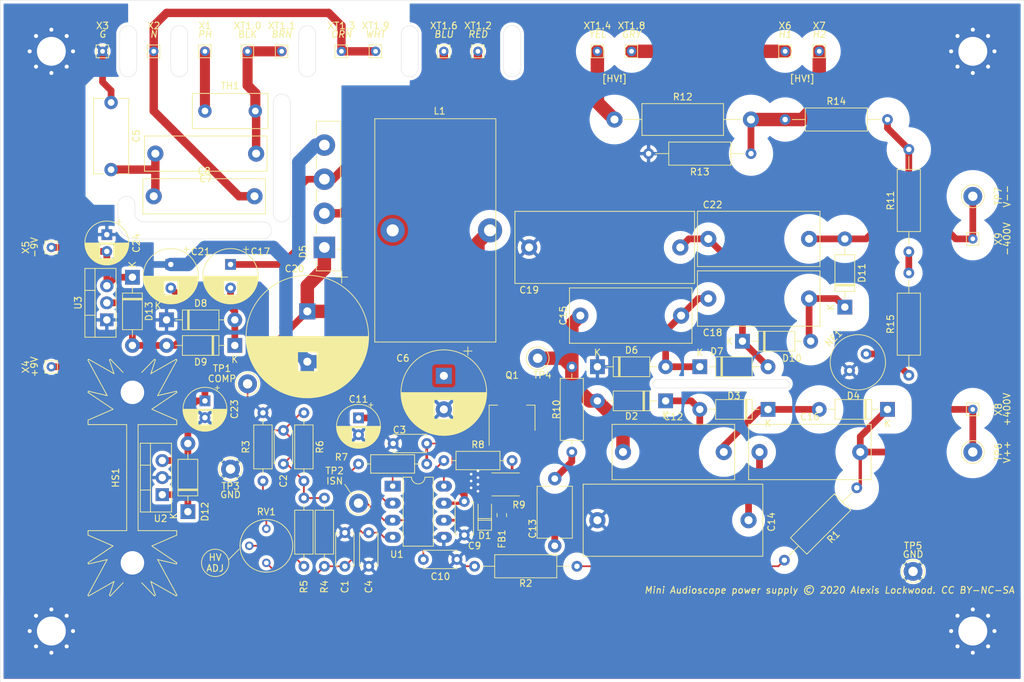
<source format=kicad_pcb>
(kicad_pcb (version 20200119) (host pcbnew "(5.99.0-1073-g4dfe630b2)")
  (layers (0 "F.Cu" signal) (31 "B.Cu" signal) (34 "B.Paste" user) (35 "F.Paste" user) (36 "B.SilkS" user) (37 "F.SilkS" user) (38 "B.Mask" user) (39 "F.Mask" user) (44 "Edge.Cuts" user))
  (net 0 "")
  (net 1 "Net-(C2-Pad2)")
  (net 2 "GND")
  (net 3 "Net-(C3-Pad1)")
  (net 4 "+15UNREG")
  (net 5 "Net-(C10-Pad1)")
  (net 6 "Net-(C13-Pad1)")
  (net 7 "+9V")
  (net 8 "Net-(C21-Pad2)")
  (net 9 "Net-(C24-Pad2)")
  (net 10 "Net-(FB1-Pad1)")
  (net 11 "/NEUT")
  (net 12 "/LINE")
  (net 13 "/X2_CENT")
  (net 14 "/LINE_NTC")
  (net 15 "/H2")
  (net 16 "/H1")
  (net 17 "/H2_2")
  (net 18 "/MULT1_400")
  (net 19 "/VSW")
  (net 20 "/SNUB")
  (net 21 "/MULT2_250")
  (net 22 "/+400V")
  (net 23 "/MULT5_250")
  (net 24 "/MULT3_400")
  (net 25 "/MULT4_250")
  (net 26 "/-400V")
  (net 27 "/HALFFB_250")
  (net 28 "Net-(C1-Pad1)")
  (net 29 "Net-(C2-Pad1)")
  (net 30 "Net-(C4-Pad1)")
  (net 31 "Net-(C17-Pad2)")
  (net 32 "Net-(C17-Pad1)")
  (net 33 "Net-(C23-Pad1)")
  (net 34 "Net-(D1-Pad1)")
  (net 35 "Net-(D5-Pad2)")
  (net 36 "Net-(NE1-Pad1)")
  (net 37 "Net-(R3-Pad2)")
  (net 38 "Net-(R5-Pad2)")
  (net 39 "/NEON_250")
  (module "Resistor_THT:R_Axial_DIN0309_L9.0mm_D3.2mm_P15.24mm_Horizontal" (layer "F.Cu") (at 160.655 81.28 90)
    (fp_text reference "R15" (at 7.62 -2.72 90) (layer "F.SilkS"))
    (fp_text value "220k/HW")
    (pad "2" thru_hole oval (at 15.24 0 90) (size 1.6 1.6) (drill 0.8) (layers *.Cu *.Mask) (net 39 "/NEON_250"))
    (pad "1" thru_hole circle (at 0 0 90) (size 1.6 1.6) (drill 0.8) (layers *.Cu *.Mask) (net 36 "Net-(NE1-Pad1)"))
  )
  (module "Symbol:Symbol_HighVoltage_Type2_CopperTop_VerySmall" (layer "F.Cu") (at 54.61 119.52224)
    (fp_text reference "SYM1" hide)
    (fp_text value "SYM_Flash_Small")
    (fp_line (start -0.49784 2.19964) (end 0.70104 -0.89916) (layer "F.Cu") (width 0.381))
    (fp_line (start 0.70104 -0.89916) (end 0.1016 -0.50038) (layer "F.Cu") (width 0.381))
    (fp_line (start -0.89916 0.20066) (end 0.40132 -2.60096) (layer "F.Cu") (width 0.381))
    (fp_line (start -0.49784 2.19964) (end 0.1016 1.50114) (layer "F.Cu") (width 0.381))
    (fp_line (start -0.09906 -2.79908) (end -0.89916 0.20066) (layer "F.Cu") (width 0.381))
    (fp_line (start -0.89916 0.20066) (end 0.29972 -0.59944) (layer "F.Cu") (width 0.381))
    (fp_line (start 0.29972 -0.59944) (end -0.49784 2.19964) (layer "F.Cu") (width 0.381))
    (fp_line (start -0.49784 2.19964) (end -0.59944 1.30048) (layer "F.Cu") (width 0.381))
    (fp_line (start 0 -4.191) (end 4.699 2.794) (layer "F.Cu") (width 0.381))
    (fp_line (start 4.699 2.794) (end -4.699 2.794) (layer "F.Cu") (width 0.381))
    (fp_line (start -4.699 2.794) (end 0 -4.191) (layer "F.Cu") (width 0.381))
  )
  (module "Inductor_THT:L_Toroid_Vertical_L33.0mm_W17.8mm_P12.70mm_Pulse_KM-5" (layer "F.Cu") (at 83.82 59.69 90)
    (fp_text reference "L1" (at 17.78 6.985 180) (layer "F.SilkS"))
    (fp_text value "150u/5A")
    (pad "2" thru_hole circle (at 0 14.5 90) (size 3.6 3.6) (drill 1.8) (layers *.Cu *.Mask) (net 19 "/VSW"))
    (pad "1" thru_hole circle (at 0 0 90) (size 3.6 3.6) (drill 1.8) (layers *.Cu *.Mask) (net 4 "+15UNREG"))
  )
  (module "Resistor_THT:R_Axial_DIN0309_L9.0mm_D3.2mm_P12.70mm_Horizontal" (layer "F.Cu") (at 110.49 80.01 -90)
    (fp_text reference "R10" (at 6.35 2.286 90) (layer "F.SilkS"))
    (fp_text value "1k5/½W")
    (pad "2" thru_hole oval (at 12.7 0 270) (size 1.6 1.6) (drill 0.8) (layers *.Cu *.Mask) (net 20 "/SNUB"))
    (pad "1" thru_hole circle (at 0 0 270) (size 1.6 1.6) (drill 0.8) (layers *.Cu *.Mask) (net 19 "/VSW"))
  )
  (module "Package_DIP:DIP-8_W7.62mm_LongPads" (layer "F.Cu") (at 83.82 97.79)
    (fp_text reference "U1" (at 0.635 10.16) (layer "F.SilkS"))
    (fp_text value "UC3845")
    (pad "1" thru_hole rect (at 0 0) (size 2.4 1.6) (drill 0.8) (layers *.Cu *.Mask) (net 1 "Net-(C2-Pad2)"))
    (pad "5" thru_hole oval (at 7.62 7.62) (size 2.4 1.6) (drill 0.8) (layers *.Cu *.Mask) (net 2 "GND"))
    (pad "2" thru_hole oval (at 0 2.54) (size 2.4 1.6) (drill 0.8) (layers *.Cu *.Mask) (net 29 "Net-(C2-Pad1)"))
    (pad "6" thru_hole oval (at 7.62 5.08) (size 2.4 1.6) (drill 0.8) (layers *.Cu *.Mask) (net 10 "Net-(FB1-Pad1)"))
    (pad "3" thru_hole oval (at 0 5.08) (size 2.4 1.6) (drill 0.8) (layers *.Cu *.Mask) (net 5 "Net-(C10-Pad1)"))
    (pad "7" thru_hole oval (at 7.62 2.54) (size 2.4 1.6) (drill 0.8) (layers *.Cu *.Mask) (net 7 "+9V"))
    (pad "4" thru_hole oval (at 0 7.62) (size 2.4 1.6) (drill 0.8) (layers *.Cu *.Mask) (net 30 "Net-(C4-Pad1)"))
    (pad "8" thru_hole oval (at 7.62 0) (size 2.4 1.6) (drill 0.8) (layers *.Cu *.Mask) (net 3 "Net-(C3-Pad1)"))
  )
  (module "Package_TO_SOT_SMD:SOT-223-3_TabPin2" (layer "F.Cu") (at 101.6 87.63 90)
    (fp_text reference "Q1" (at 6.35 0 180) (layer "F.SilkS"))
    (fp_text value "IPN70R1K5CE")
    (pad "1" smd rect (at -3.15 -2.3 90) (size 2 1.5) (layers "F.Cu" "F.Paste" "F.Mask") (net 34 "Net-(D1-Pad1)"))
    (pad "3" smd rect (at -3.15 2.3 90) (size 2 1.5) (layers "F.Cu" "F.Paste" "F.Mask") (net 6 "Net-(C13-Pad1)"))
    (pad "2" smd rect (at 3.15 0 90) (size 2 3.8) (layers "F.Cu" "F.Paste" "F.Mask") (net 19 "/VSW"))
  )
  (module "Connector_Pin:Pin_D0.7mm_L6.5mm_W1.8mm_FlatFork" (layer "F.Cu") (at 81.28 33.02)
    (fp_text reference "XT1.9" (at 0 -3.81) (layer "F.SilkS"))
    (fp_text value "WHT" (at 0 -2.54) (layer "F.SilkS") (effects (font (thickness 0.15) italic)))
    (pad "1" thru_hole circle (at 0 0) (size 1.4 1.4) (drill 0.7) (layers *.Cu *.Mask) (net 11 "/NEUT"))
  )
  (module "Connector_Pin:Pin_D0.7mm_L6.5mm_W1.8mm_FlatFork" (layer "F.Cu") (at 119.38 33.02)
    (fp_text reference "XT1.8" (at 0 -3.81) (layer "F.SilkS"))
    (fp_text value "GRY" (at 0 -2.54) (layer "F.SilkS") (effects (font (thickness 0.15) italic)))
    (pad "1" thru_hole circle (at 0 0) (size 1.4 1.4) (drill 0.7) (layers *.Cu *.Mask) (net 16 "/H1"))
  )
  (module "Connector_Pin:Pin_D0.7mm_L6.5mm_W1.8mm_FlatFork" (layer "F.Cu") (at 91.44 33.02)
    (fp_text reference "XT1.6" (at 0 -3.81) (layer "F.SilkS"))
    (fp_text value "BLU" (at 0 -2.54) (layer "F.SilkS") (effects (font (thickness 0.15) italic)))
    (pad "1" thru_hole circle (at 0 0) (size 1.4 1.4) (drill 0.7) (layers *.Cu *.Mask) (net 32 "Net-(C17-Pad1)"))
  )
  (module "Connector_Pin:Pin_D0.7mm_L6.5mm_W1.8mm_FlatFork" (layer "F.Cu") (at 114.3 33.02)
    (fp_text reference "XT1.4" (at 0 -3.81) (layer "F.SilkS"))
    (fp_text value "YEL" (at 0 -2.54) (layer "F.SilkS") (effects (font (thickness 0.15) italic)))
    (pad "1" thru_hole circle (at 0 0) (size 1.4 1.4) (drill 0.7) (layers *.Cu *.Mask) (net 15 "/H2"))
  )
  (module "Connector_Pin:Pin_D0.7mm_L6.5mm_W1.8mm_FlatFork" (layer "F.Cu") (at 76.2 33.02)
    (fp_text reference "XT1.3" (at 0 -3.81) (layer "F.SilkS"))
    (fp_text value "ORN" (at 0 -2.54) (layer "F.SilkS") (effects (font (thickness 0.15) italic)))
    (pad "1" thru_hole circle (at 0 0) (size 1.4 1.4) (drill 0.7) (layers *.Cu *.Mask) (net 11 "/NEUT"))
  )
  (module "Connector_Pin:Pin_D0.7mm_L6.5mm_W1.8mm_FlatFork" (layer "F.Cu") (at 96.52 33.02)
    (fp_text reference "XT1.2" (at 0 -3.81) (layer "F.SilkS"))
    (fp_text value "RED" (at 0 -2.54) (layer "F.SilkS") (effects (font (thickness 0.15) italic)))
    (pad "1" thru_hole circle (at 0 0) (size 1.4 1.4) (drill 0.7) (layers *.Cu *.Mask) (net 35 "Net-(D5-Pad2)"))
  )
  (module "Connector_Pin:Pin_D0.7mm_L6.5mm_W1.8mm_FlatFork" (layer "F.Cu") (at 67.31 33.02)
    (fp_text reference "XT1.1" (at 0 -3.81) (layer "F.SilkS"))
    (fp_text value "BRN" (at 0 -2.54) (layer "F.SilkS") (effects (font (thickness 0.15) italic)))
    (pad "1" thru_hole circle (at 0 0) (size 1.4 1.4) (drill 0.7) (layers *.Cu *.Mask) (net 14 "/LINE_NTC"))
  )
  (module "Connector_Pin:Pin_D0.7mm_L6.5mm_W1.8mm_FlatFork" (layer "F.Cu") (at 62.23 33.02)
    (fp_text reference "XT1.0" (at 0 -3.81) (layer "F.SilkS"))
    (fp_text value "BLK" (at 0 -2.54) (layer "F.SilkS"))
    (pad "1" thru_hole circle (at 0 0) (size 1.4 1.4) (drill 0.7) (layers *.Cu *.Mask) (net 14 "/LINE_NTC"))
  )
  (module "Resistor_THT:R_Axial_DIN0309_L9.0mm_D3.2mm_P15.24mm_Horizontal" (layer "F.Cu") (at 137.16 48.26 180)
    (fp_text reference "R13" (at 7.62 -2.72) (layer "F.SilkS"))
    (fp_text value "680k/HW")
    (pad "2" thru_hole oval (at 15.24 0 180) (size 1.6 1.6) (drill 0.8) (layers *.Cu *.Mask) (net 2 "GND"))
    (pad "1" thru_hole circle (at 0 0 180) (size 1.6 1.6) (drill 0.8) (layers *.Cu *.Mask) (net 17 "/H2_2"))
  )
  (module "Resistor_THT:R_Axial_DIN0414_L11.9mm_D4.5mm_P20.32mm_Horizontal" (layer "F.Cu") (at 116.84 43.18)
    (fp_text reference "R12" (at 10.16 -3.37) (layer "F.SilkS"))
    (fp_text value "3R9/1W")
    (pad "2" thru_hole oval (at 20.32 0) (size 2.4 2.4) (drill 1.2) (layers *.Cu *.Mask) (net 17 "/H2_2"))
    (pad "1" thru_hole circle (at 0 0) (size 2.4 2.4) (drill 1.2) (layers *.Cu *.Mask) (net 15 "/H2"))
  )
  (module "Resistor_THT:R_Axial_DIN0309_L9.0mm_D3.2mm_P15.24mm_Horizontal" (layer "F.Cu") (at 142.24 43.18)
    (fp_text reference "R14" (at 7.62 -2.72) (layer "F.SilkS"))
    (fp_text value "220k/HW")
    (pad "2" thru_hole oval (at 15.24 0) (size 1.6 1.6) (drill 0.8) (layers *.Cu *.Mask) (net 26 "/-400V"))
    (pad "1" thru_hole circle (at 0 0) (size 1.6 1.6) (drill 0.8) (layers *.Cu *.Mask) (net 17 "/H2_2"))
  )
  (module "MountingHole:MountingHole_4.3mm_M4_Pad_Via" (layer "F.Cu") (at 170.18 33.02)
    (fp_text reference "H4" hide)
    (fp_text value "GND")
    (pad "1" thru_hole circle (at 2.280419 -2.280419) (size 0.9 0.9) (drill 0.6) (layers *.Cu *.Mask) (net 2 "GND"))
    (pad "1" thru_hole circle (at 0 -3.225) (size 0.9 0.9) (drill 0.6) (layers *.Cu *.Mask) (net 2 "GND"))
    (pad "1" thru_hole circle (at -2.280419 -2.280419) (size 0.9 0.9) (drill 0.6) (layers *.Cu *.Mask) (net 2 "GND"))
    (pad "1" thru_hole circle (at -3.225 0) (size 0.9 0.9) (drill 0.6) (layers *.Cu *.Mask) (net 2 "GND"))
    (pad "1" thru_hole circle (at -2.280419 2.280419) (size 0.9 0.9) (drill 0.6) (layers *.Cu *.Mask) (net 2 "GND"))
    (pad "1" thru_hole circle (at 0 3.225) (size 0.9 0.9) (drill 0.6) (layers *.Cu *.Mask) (net 2 "GND"))
    (pad "1" thru_hole circle (at 2.280419 2.280419) (size 0.9 0.9) (drill 0.6) (layers *.Cu *.Mask) (net 2 "GND"))
    (pad "1" thru_hole circle (at 3.225 0) (size 0.9 0.9) (drill 0.6) (layers *.Cu *.Mask) (net 2 "GND"))
    (pad "1" thru_hole circle (at 0 0) (size 8.6 8.6) (drill 4.3) (layers *.Cu *.Mask) (net 2 "GND"))
  )
  (module "MountingHole:MountingHole_4.3mm_M4_Pad_Via" (layer "F.Cu") (at 170.18 119.38)
    (fp_text reference "H3" hide)
    (fp_text value "GND")
    (pad "1" thru_hole circle (at 2.280419 -2.280419) (size 0.9 0.9) (drill 0.6) (layers *.Cu *.Mask) (net 2 "GND"))
    (pad "1" thru_hole circle (at 0 -3.225) (size 0.9 0.9) (drill 0.6) (layers *.Cu *.Mask) (net 2 "GND"))
    (pad "1" thru_hole circle (at -2.280419 -2.280419) (size 0.9 0.9) (drill 0.6) (layers *.Cu *.Mask) (net 2 "GND"))
    (pad "1" thru_hole circle (at -3.225 0) (size 0.9 0.9) (drill 0.6) (layers *.Cu *.Mask) (net 2 "GND"))
    (pad "1" thru_hole circle (at -2.280419 2.280419) (size 0.9 0.9) (drill 0.6) (layers *.Cu *.Mask) (net 2 "GND"))
    (pad "1" thru_hole circle (at 0 3.225) (size 0.9 0.9) (drill 0.6) (layers *.Cu *.Mask) (net 2 "GND"))
    (pad "1" thru_hole circle (at 2.280419 2.280419) (size 0.9 0.9) (drill 0.6) (layers *.Cu *.Mask) (net 2 "GND"))
    (pad "1" thru_hole circle (at 3.225 0) (size 0.9 0.9) (drill 0.6) (layers *.Cu *.Mask) (net 2 "GND"))
    (pad "1" thru_hole circle (at 0 0) (size 8.6 8.6) (drill 4.3) (layers *.Cu *.Mask) (net 2 "GND"))
  )
  (module "MountingHole:MountingHole_4.3mm_M4_Pad_Via" (layer "F.Cu") (at 33.02 119.38)
    (fp_text reference "H2" hide)
    (fp_text value "GND")
    (pad "1" thru_hole circle (at 2.280419 -2.280419) (size 0.9 0.9) (drill 0.6) (layers *.Cu *.Mask) (net 2 "GND"))
    (pad "1" thru_hole circle (at 0 -3.225) (size 0.9 0.9) (drill 0.6) (layers *.Cu *.Mask) (net 2 "GND"))
    (pad "1" thru_hole circle (at -2.280419 -2.280419) (size 0.9 0.9) (drill 0.6) (layers *.Cu *.Mask) (net 2 "GND"))
    (pad "1" thru_hole circle (at -3.225 0) (size 0.9 0.9) (drill 0.6) (layers *.Cu *.Mask) (net 2 "GND"))
    (pad "1" thru_hole circle (at -2.280419 2.280419) (size 0.9 0.9) (drill 0.6) (layers *.Cu *.Mask) (net 2 "GND"))
    (pad "1" thru_hole circle (at 0 3.225) (size 0.9 0.9) (drill 0.6) (layers *.Cu *.Mask) (net 2 "GND"))
    (pad "1" thru_hole circle (at 2.280419 2.280419) (size 0.9 0.9) (drill 0.6) (layers *.Cu *.Mask) (net 2 "GND"))
    (pad "1" thru_hole circle (at 3.225 0) (size 0.9 0.9) (drill 0.6) (layers *.Cu *.Mask) (net 2 "GND"))
    (pad "1" thru_hole circle (at 0 0) (size 8.6 8.6) (drill 4.3) (layers *.Cu *.Mask) (net 2 "GND"))
  )
  (module "MountingHole:MountingHole_4.3mm_M4_Pad_Via" (layer "F.Cu") (at 33.02 33.02)
    (fp_text reference "H1" hide)
    (fp_text value "GND")
    (pad "1" thru_hole circle (at 2.280419 -2.280419) (size 0.9 0.9) (drill 0.6) (layers *.Cu *.Mask) (net 2 "GND"))
    (pad "1" thru_hole circle (at 0 -3.225) (size 0.9 0.9) (drill 0.6) (layers *.Cu *.Mask) (net 2 "GND"))
    (pad "1" thru_hole circle (at -2.280419 -2.280419) (size 0.9 0.9) (drill 0.6) (layers *.Cu *.Mask) (net 2 "GND"))
    (pad "1" thru_hole circle (at -3.225 0) (size 0.9 0.9) (drill 0.6) (layers *.Cu *.Mask) (net 2 "GND"))
    (pad "1" thru_hole circle (at -2.280419 2.280419) (size 0.9 0.9) (drill 0.6) (layers *.Cu *.Mask) (net 2 "GND"))
    (pad "1" thru_hole circle (at 0 3.225) (size 0.9 0.9) (drill 0.6) (layers *.Cu *.Mask) (net 2 "GND"))
    (pad "1" thru_hole circle (at 2.280419 2.280419) (size 0.9 0.9) (drill 0.6) (layers *.Cu *.Mask) (net 2 "GND"))
    (pad "1" thru_hole circle (at 3.225 0) (size 0.9 0.9) (drill 0.6) (layers *.Cu *.Mask) (net 2 "GND"))
    (pad "1" thru_hole circle (at 0 0) (size 8.6 8.6) (drill 4.3) (layers *.Cu *.Mask) (net 2 "GND"))
  )
  (module "Connector_Pin:Pin_D0.7mm_L6.5mm_W1.8mm_FlatFork" (layer "F.Cu") (at 170.18 60.96)
    (fp_text reference "X9" (at 3.81 0 90) (layer "F.SilkS"))
    (fp_text value "-400V" (at 5.08 0 90) (layer "F.SilkS"))
    (pad "1" thru_hole circle (at 0 0) (size 1.4 1.4) (drill 0.7) (layers *.Cu *.Mask) (net 26 "/-400V"))
  )
  (module "Connector_Pin:Pin_D0.7mm_L6.5mm_W1.8mm_FlatFork" (layer "F.Cu") (at 170.18 86.36)
    (fp_text reference "X8" (at 3.81 0 90) (layer "F.SilkS"))
    (fp_text value "+400V" (at 5.08 0 90) (layer "F.SilkS"))
    (pad "1" thru_hole circle (at 0 0) (size 1.4 1.4) (drill 0.7) (layers *.Cu *.Mask) (net 22 "/+400V"))
  )
  (module "Connector_Pin:Pin_D0.7mm_L6.5mm_W1.8mm_FlatFork" (layer "F.Cu") (at 147.32 33.02)
    (fp_text reference "X7" (at 0 -3.81) (layer "F.SilkS"))
    (fp_text value "H2" (at 0 -2.54) (layer "F.SilkS") (effects (font (thickness 0.15) italic)))
    (pad "1" thru_hole circle (at 0 0) (size 1.4 1.4) (drill 0.7) (layers *.Cu *.Mask) (net 17 "/H2_2"))
  )
  (module "Connector_Pin:Pin_D0.7mm_L6.5mm_W1.8mm_FlatFork" (layer "F.Cu") (at 142.24 33.02)
    (fp_text reference "X6" (at 0 -3.81) (layer "F.SilkS"))
    (fp_text value "H1" (at 0 -2.54) (layer "F.SilkS") (effects (font (thickness 0.15) italic)))
    (pad "1" thru_hole circle (at 0 0) (size 1.4 1.4) (drill 0.7) (layers *.Cu *.Mask) (net 16 "/H1"))
  )
  (module "Connector_Pin:Pin_D0.7mm_L6.5mm_W1.8mm_FlatFork" (layer "F.Cu") (at 33.02 62.23)
    (fp_text reference "X5" (at -3.81 0 270) (layer "F.SilkS"))
    (fp_text value "-9V" (at -2.54 0 90) (layer "F.SilkS"))
    (pad "1" thru_hole circle (at 0 0) (size 1.4 1.4) (drill 0.7) (layers *.Cu *.Mask) (net 9 "Net-(C24-Pad2)"))
  )
  (module "Connector_Pin:Pin_D0.7mm_L6.5mm_W1.8mm_FlatFork" (layer "F.Cu") (at 33.02 80.01)
    (fp_text reference "X4" (at -3.81 0 90) (layer "F.SilkS"))
    (fp_text value "+9V" (at -2.54 0 90) (layer "F.SilkS"))
    (pad "1" thru_hole circle (at 0 0) (size 1.4 1.4) (drill 0.7) (layers *.Cu *.Mask) (net 33 "Net-(C23-Pad1)"))
  )
  (module "Connector_Pin:Pin_D0.7mm_L6.5mm_W1.8mm_FlatFork" (layer "F.Cu") (at 40.64 33.02)
    (fp_text reference "X3" (at 0 -3.81) (layer "F.SilkS"))
    (fp_text value "G" (at 0 -2.54) (layer "F.SilkS") (effects (font (thickness 0.15) italic)))
    (pad "1" thru_hole circle (at 0 0) (size 1.4 1.4) (drill 0.7) (layers *.Cu *.Mask) (net 2 "GND"))
  )
  (module "Connector_Pin:Pin_D0.7mm_L6.5mm_W1.8mm_FlatFork" (layer "F.Cu") (at 48.26 33.02)
    (fp_text reference "X2" (at 0 -3.81) (layer "F.SilkS"))
    (fp_text value "N" (at 0 -2.54) (layer "F.SilkS") (effects (font (thickness 0.15) italic)))
    (pad "1" thru_hole circle (at 0 0) (size 1.4 1.4) (drill 0.7) (layers *.Cu *.Mask) (net 11 "/NEUT") (clearance 0.03175))
  )
  (module "Connector_Pin:Pin_D0.7mm_L6.5mm_W1.8mm_FlatFork" (layer "F.Cu") (at 55.88 33.02)
    (fp_text reference "X1" (at 0 -3.81) (layer "F.SilkS"))
    (fp_text value "PH" (at 0 -2.54) (layer "F.SilkS") (effects (font (thickness 0.15) italic)))
    (pad "1" thru_hole circle (at 0 0) (size 1.4 1.4) (drill 0.7) (layers *.Cu *.Mask) (net 12 "/LINE"))
  )
  (module "Package_TO_SOT_THT:TO-220-3_Vertical" (layer "F.Cu") (at 41.275 73.025 90)
    (fp_text reference "U3" (at 2.54 -4.27 90) (layer "F.SilkS"))
    (fp_text value "7909")
    (pad "3" thru_hole oval (at 5.08 0 90) (size 1.905 2) (drill 1.1) (layers *.Cu *.Mask) (net 9 "Net-(C24-Pad2)"))
    (pad "2" thru_hole oval (at 2.54 0 90) (size 1.905 2) (drill 1.1) (layers *.Cu *.Mask) (net 8 "Net-(C21-Pad2)"))
    (pad "1" thru_hole rect (at 0 0 90) (size 1.905 2) (drill 1.1) (layers *.Cu *.Mask) (net 2 "GND"))
  )
  (module "Package_TO_SOT_THT:TO-220-3_Vertical" (layer "F.Cu") (at 49.53 99.06 90)
    (fp_text reference "U2" (at -3.556 -0.254 180) (layer "F.SilkS"))
    (fp_text value "7809")
    (pad "3" thru_hole oval (at 5.08 0 90) (size 1.905 2) (drill 1.1) (layers *.Cu *.Mask) (net 33 "Net-(C23-Pad1)"))
    (pad "2" thru_hole oval (at 2.54 0 90) (size 1.905 2) (drill 1.1) (layers *.Cu *.Mask) (net 2 "GND"))
    (pad "1" thru_hole rect (at 0 0 90) (size 1.905 2) (drill 1.1) (layers *.Cu *.Mask) (net 4 "+15UNREG"))
  )
  (module "TestPoint:TestPoint_Loop_D2.60mm_Drill1.4mm_Beaded" (layer "F.Cu") (at 170.18 54.61)
    (fp_text reference "TP7" (at 3.81 0 90) (layer "F.SilkS"))
    (fp_text value "V--" (at 5.08 0 90) (layer "F.SilkS"))
    (pad "1" thru_hole circle (at 0 0) (size 2.8 2.8) (drill 1.4) (layers *.Cu *.Mask) (net 26 "/-400V"))
  )
  (module "TestPoint:TestPoint_Loop_D2.60mm_Drill1.4mm_Beaded" (layer "F.Cu") (at 170.18 92.71)
    (fp_text reference "TP6" (at 3.81 0 90) (layer "F.SilkS"))
    (fp_text value "V++" (at 5.08 0 90) (layer "F.SilkS"))
    (pad "1" thru_hole circle (at 0 0) (size 2.8 2.8) (drill 1.4) (layers *.Cu *.Mask) (net 22 "/+400V"))
  )
  (module "TestPoint:TestPoint_Loop_D2.60mm_Drill1.4mm_Beaded" (layer "F.Cu") (at 161.29 110.49)
    (fp_text reference "TP5" (at 0 -3.81) (layer "F.SilkS"))
    (fp_text value "GND" (at 0 -2.54) (layer "F.SilkS"))
    (pad "1" thru_hole circle (at 0 0) (size 2.8 2.8) (drill 1.4) (layers *.Cu *.Mask) (net 2 "GND"))
  )
  (module "TestPoint:TestPoint_Loop_D2.60mm_Drill1.4mm_Beaded" (layer "F.Cu") (at 59.69 95.25)
    (fp_text reference "TP3" (at 0 2.54) (layer "F.SilkS"))
    (fp_text value "GND" (at 0 3.81) (layer "F.SilkS"))
    (pad "1" thru_hole circle (at 0 0) (size 2.8 2.8) (drill 1.4) (layers *.Cu *.Mask) (net 2 "GND"))
  )
  (module "TestPoint:TestPoint_Loop_D2.60mm_Drill1.4mm_Beaded" (layer "F.Cu") (at 105.41 78.74)
    (fp_text reference "TP4" (at 0.7 2.5) (layer "F.SilkS"))
    (fp_text value "VSW")
    (pad "1" thru_hole circle (at 0 0) (size 2.8 2.8) (drill 1.4) (layers *.Cu *.Mask) (net 19 "/VSW"))
  )
  (module "TestPoint:TestPoint_Loop_D2.60mm_Drill1.4mm_Beaded" (layer "F.Cu") (at 78.74 100.33)
    (fp_text reference "TP2" (at -3.556 -4.826) (layer "F.SilkS"))
    (fp_text value "ISN" (at -3.556 -3.302) (layer "F.SilkS"))
    (pad "1" thru_hole circle (at 0 0) (size 2.8 2.8) (drill 1.4) (layers *.Cu *.Mask) (net 5 "Net-(C10-Pad1)"))
  )
  (module "TestPoint:TestPoint_Loop_D2.60mm_Drill1.4mm_Beaded" (layer "F.Cu") (at 62.23 82.55)
    (fp_text reference "TP1" (at -3.81 -2.286) (layer "F.SilkS"))
    (fp_text value "COMP" (at -3.81 -0.762) (layer "F.SilkS"))
    (pad "1" thru_hole circle (at 0 0) (size 2.8 2.8) (drill 1.4) (layers *.Cu *.Mask) (net 1 "Net-(C2-Pad2)"))
  )
  (module "Capacitor_THT:C_Disc_D11.0mm_W5.0mm_P7.50mm" (layer "F.Cu") (at 55.88 41.91)
    (fp_text reference "TH1" (at 3.75 -3.75) (layer "F.SilkS"))
    (fp_text value "60/800mA")
    (pad "2" thru_hole circle (at 7.5 0) (size 2 2) (drill 1) (layers *.Cu *.Mask) (net 14 "/LINE_NTC"))
    (pad "1" thru_hole circle (at 0 0) (size 2 2) (drill 1) (layers *.Cu *.Mask) (net 12 "/LINE"))
  )
  (module "Potentiometer_THT:Potentiometer_Bourns_3339P_Vertical" (layer "F.Cu") (at 65.024 109.22)
    (fp_text reference "RV1" (at 0 -7.6) (layer "F.SilkS"))
    (fp_text value "500")
    (pad "1" thru_hole circle (at 0 0) (size 1.26 1.26) (drill 0.7) (layers *.Cu *.Mask) (net 28 "Net-(C1-Pad1)"))
    (pad "2" thru_hole circle (at -2.54 -2.54) (size 1.26 1.26) (drill 0.7) (layers *.Cu *.Mask) (net 38 "Net-(R5-Pad2)"))
    (pad "3" thru_hole circle (at 0 -5.08) (size 1.26 1.26) (drill 0.7) (layers *.Cu *.Mask) (net 37 "Net-(R3-Pad2)"))
  )
  (module "Resistor_THT:R_Axial_DIN0309_L9.0mm_D3.2mm_P15.24mm_Horizontal" (layer "F.Cu") (at 160.655 62.865 90)
    (fp_text reference "R11" (at 7.62 -2.72 90) (layer "F.SilkS"))
    (fp_text value "270k/HW")
    (pad "2" thru_hole oval (at 15.24 0 90) (size 1.6 1.6) (drill 0.8) (layers *.Cu *.Mask) (net 26 "/-400V"))
    (pad "1" thru_hole circle (at 0 0 90) (size 1.6 1.6) (drill 0.8) (layers *.Cu *.Mask) (net 39 "/NEON_250"))
  )
  (module "Resistor_SMD:R_2512_6332Metric_Pad1.52x3.35mm_HandSolder" (layer "F.Cu") (at 100.6445 97.536 180)
    (fp_text reference "R9" (at -1.9715 -3.048) (layer "F.SilkS"))
    (fp_text value "0R27/1W")
    (pad "2" smd roundrect (at 2.9875 0 180) (size 1.525 3.35) (layers "F.Cu" "F.Paste" "F.Mask") (roundrect_rratio 0.164) (net 2 "GND"))
    (pad "1" smd roundrect (at -2.9875 0 180) (size 1.525 3.35) (layers "F.Cu" "F.Paste" "F.Mask") (roundrect_rratio 0.163934) (net 6 "Net-(C13-Pad1)"))
  )
  (module "Resistor_THT:R_Axial_DIN0207_L6.3mm_D2.5mm_P10.16mm_Horizontal" (layer "F.Cu") (at 91.44 93.98)
    (fp_text reference "R8" (at 5.08 -2.37) (layer "F.SilkS"))
    (fp_text value "1k")
    (pad "2" thru_hole oval (at 10.16 0) (size 1.6 1.6) (drill 0.8) (layers *.Cu *.Mask) (net 6 "Net-(C13-Pad1)"))
    (pad "1" thru_hole circle (at 0 0) (size 1.6 1.6) (drill 0.8) (layers *.Cu *.Mask) (net 5 "Net-(C10-Pad1)"))
  )
  (module "Resistor_THT:R_Axial_DIN0207_L6.3mm_D2.5mm_P10.16mm_Horizontal" (layer "F.Cu") (at 88.9 94.488 180)
    (fp_text reference "R7" (at 12.7 1.016) (layer "F.SilkS"))
    (fp_text value "3k3")
    (pad "2" thru_hole oval (at 10.16 0 180) (size 1.6 1.6) (drill 0.8) (layers *.Cu *.Mask) (net 30 "Net-(C4-Pad1)"))
    (pad "1" thru_hole circle (at 0 0 180) (size 1.6 1.6) (drill 0.8) (layers *.Cu *.Mask) (net 3 "Net-(C3-Pad1)"))
  )
  (module "Resistor_THT:R_Axial_DIN0207_L6.3mm_D2.5mm_P10.16mm_Horizontal" (layer "F.Cu") (at 70.612 86.868 -90)
    (fp_text reference "R6" (at 5.08 -2.37 90) (layer "F.SilkS"))
    (fp_text value "150k")
    (pad "2" thru_hole oval (at 10.16 0 270) (size 1.6 1.6) (drill 0.8) (layers *.Cu *.Mask) (net 29 "Net-(C2-Pad1)"))
    (pad "1" thru_hole circle (at 0 0 270) (size 1.6 1.6) (drill 0.8) (layers *.Cu *.Mask) (net 1 "Net-(C2-Pad2)"))
  )
  (module "Resistor_THT:R_Axial_DIN0207_L6.3mm_D2.5mm_P10.16mm_Horizontal" (layer "F.Cu") (at 70.612 99.568 -90)
    (fp_text reference "R5" (at 13.208 0 90) (layer "F.SilkS"))
    (fp_text value "3k3")
    (pad "2" thru_hole oval (at 10.16 0 270) (size 1.6 1.6) (drill 0.8) (layers *.Cu *.Mask) (net 38 "Net-(R5-Pad2)"))
    (pad "1" thru_hole circle (at 0 0 270) (size 1.6 1.6) (drill 0.8) (layers *.Cu *.Mask) (net 29 "Net-(C2-Pad1)"))
  )
  (module "Resistor_THT:R_Axial_DIN0207_L6.3mm_D2.5mm_P10.16mm_Horizontal" (layer "F.Cu") (at 73.66 99.568 -90)
    (fp_text reference "R4" (at 13.208 0 90) (layer "F.SilkS"))
    (fp_text value "10k")
    (pad "2" thru_hole oval (at 10.16 0 270) (size 1.6 1.6) (drill 0.8) (layers *.Cu *.Mask) (net 28 "Net-(C1-Pad1)"))
    (pad "1" thru_hole circle (at 0 0 270) (size 1.6 1.6) (drill 0.8) (layers *.Cu *.Mask) (net 29 "Net-(C2-Pad1)"))
  )
  (module "Resistor_THT:R_Axial_DIN0207_L6.3mm_D2.5mm_P10.16mm_Horizontal" (layer "F.Cu") (at 64.516 86.868 -90)
    (fp_text reference "R3" (at 5.08 2.54 90) (layer "F.SilkS"))
    (fp_text value "3k9")
    (pad "2" thru_hole oval (at 10.16 0 270) (size 1.6 1.6) (drill 0.8) (layers *.Cu *.Mask) (net 37 "Net-(R3-Pad2)"))
    (pad "1" thru_hole circle (at 0 0 270) (size 1.6 1.6) (drill 0.8) (layers *.Cu *.Mask) (net 2 "GND"))
  )
  (module "Resistor_THT:R_Axial_DIN0309_L9.0mm_D3.2mm_P15.24mm_Horizontal" (layer "F.Cu") (at 152.908 98.044 -135)
    (fp_text reference "R1" (at 7.62 -2.72 45) (layer "F.SilkS"))
    (fp_text value "330k/½W")
    (pad "2" thru_hole oval (at 15.24 0 225) (size 1.6 1.6) (drill 0.8) (layers *.Cu *.Mask) (net 27 "/HALFFB_250"))
    (pad "1" thru_hole circle (at 0 0 225) (size 1.6 1.6) (drill 0.8) (layers *.Cu *.Mask) (net 22 "/+400V"))
  )
  (module "Resistor_THT:R_Axial_DIN0309_L9.0mm_D3.2mm_P15.24mm_Horizontal" (layer "F.Cu") (at 96.012 109.728)
    (fp_text reference "R2" (at 7.62 2.54) (layer "F.SilkS"))
    (fp_text value "330k/½W")
    (pad "2" thru_hole oval (at 15.24 0) (size 1.6 1.6) (drill 0.8) (layers *.Cu *.Mask) (net 27 "/HALFFB_250"))
    (pad "1" thru_hole circle (at 0 0) (size 1.6 1.6) (drill 0.8) (layers *.Cu *.Mask) (net 28 "Net-(C1-Pad1)"))
  )
  (module "Capacitor_THT:C_Radial_D8.0mm_H11.5mm_P3.50mm" (layer "F.Cu") (at 154.305 78.105 -135)
    (fp_text reference "NE1" (at 1.75 5.08 45) (layer "F.SilkS"))
    (fp_text value "A9A")
    (pad "2" thru_hole circle (at 3.5 0 225) (size 1.6 1.6) (drill 0.8) (layers *.Cu *.Mask) (net 2 "GND"))
    (pad "1" thru_hole circle (at 0 0 225) (size 1.6 1.6) (drill 0.8) (layers *.Cu *.Mask) (net 36 "Net-(NE1-Pad1)"))
  )
  (module "Heatsink:Heatsink_Fischer_SK104-STCB_35x13mm__2xDrill3.5mm_ScrewM3" (layer "F.Cu") (at 45.085 96.52 90)
    (fp_text reference "HS1" (at -0.025 -2.5 90) (layer "F.SilkS"))
    (fp_text value "513102B02500G")
    (pad "1" thru_hole circle (at -12.7 0 270) (size 6 6) (drill 3.5) (layers *.Cu *.Mask) (net 2 "GND"))
    (pad "1" thru_hole circle (at 12.7 0 90) (size 6 6) (drill 3.5) (layers *.Cu *.Mask) (net 2 "GND"))
  )
  (module "Inductor_SMD:L_0805_2012Metric_Pad1.15x1.40mm_HandSolder" (layer "F.Cu") (at 100.076 102.108 90)
    (fp_text reference "FB1" (at -3.556 0 90) (layer "F.SilkS"))
    (fp_text value "742792023")
    (pad "2" smd roundrect (at 1.025 0 90) (size 1.15 1.4) (layers "F.Cu" "F.Paste" "F.Mask") (roundrect_rratio 0.217391) (net 34 "Net-(D1-Pad1)"))
    (pad "1" smd roundrect (at -1.025 0 90) (size 1.15 1.4) (layers "F.Cu" "F.Paste" "F.Mask") (roundrect_rratio 0.217391) (net 10 "Net-(FB1-Pad1)"))
  )
  (module "Diode_THT:D_DO-41_SOD81_P10.16mm_Horizontal" (layer "F.Cu") (at 151.13 71.12 90)
    (fp_text reference "D11" (at 5.08 2.54 90) (layer "F.SilkS"))
    (fp_text value "UF4007")
    (fp_text user "K" (at 0 -2.1 90) (layer "F.SilkS"))
    (pad "2" thru_hole oval (at 10.16 0 90) (size 2.2 2.2) (drill 1.1) (layers *.Cu *.Mask) (net 26 "/-400V"))
    (pad "1" thru_hole rect (at 0 0 90) (size 2.2 2.2) (drill 1.1) (layers *.Cu *.Mask) (net 24 "/MULT3_400"))
  )
  (module "Diode_THT:D_DO-41_SOD81_P10.16mm_Horizontal" (layer "F.Cu") (at 135.89 76.2)
    (fp_text reference "D10" (at 7.366 2.54) (layer "F.SilkS"))
    (fp_text value "UF4007")
    (fp_text user "K" (at -1.905 0) (layer "F.SilkS"))
    (pad "2" thru_hole oval (at 10.16 0) (size 2.2 2.2) (drill 1.1) (layers *.Cu *.Mask) (net 24 "/MULT3_400"))
    (pad "1" thru_hole rect (at 0 0) (size 2.2 2.2) (drill 1.1) (layers *.Cu *.Mask) (net 25 "/MULT4_250"))
  )
  (module "Diode_THT:D_DO-41_SOD81_P10.16mm_Horizontal" (layer "F.Cu") (at 129.54 80.01)
    (fp_text reference "D7" (at 2.54 -2.286) (layer "F.SilkS"))
    (fp_text value "UF4007")
    (fp_text user "K" (at 0 -2.1) (layer "F.SilkS"))
    (pad "2" thru_hole oval (at 10.16 0) (size 2.2 2.2) (drill 1.1) (layers *.Cu *.Mask) (net 25 "/MULT4_250"))
    (pad "1" thru_hole rect (at 0 0) (size 2.2 2.2) (drill 1.1) (layers *.Cu *.Mask) (net 23 "/MULT5_250"))
  )
  (module "Diode_THT:D_DO-41_SOD81_P10.16mm_Horizontal" (layer "F.Cu") (at 114.3 80.01)
    (fp_text reference "D6" (at 5.08 -2.47) (layer "F.SilkS"))
    (fp_text value "UF4007")
    (fp_text user "K" (at 0 -2.1) (layer "F.SilkS"))
    (pad "2" thru_hole oval (at 10.16 0) (size 2.2 2.2) (drill 1.1) (layers *.Cu *.Mask) (net 23 "/MULT5_250"))
    (pad "1" thru_hole rect (at 0 0) (size 2.2 2.2) (drill 1.1) (layers *.Cu *.Mask) (net 2 "GND"))
  )
  (module "Diode_THT:D_DO-41_SOD81_P10.16mm_Horizontal" (layer "F.Cu") (at 157.48 86.36 180)
    (fp_text reference "D4" (at 5.08 2.032) (layer "F.SilkS"))
    (fp_text value "UF4007")
    (fp_text user "K" (at 0 -2.1) (layer "F.SilkS"))
    (pad "2" thru_hole oval (at 10.16 0 180) (size 2.2 2.2) (drill 1.1) (layers *.Cu *.Mask) (net 18 "/MULT1_400"))
    (pad "1" thru_hole rect (at 0 0 180) (size 2.2 2.2) (drill 1.1) (layers *.Cu *.Mask) (net 22 "/+400V"))
  )
  (module "Diode_THT:D_DO-41_SOD81_P10.16mm_Horizontal" (layer "F.Cu") (at 139.7 86.36 180)
    (fp_text reference "D3" (at 5.08 2.032) (layer "F.SilkS"))
    (fp_text value "UF4007")
    (fp_text user "K" (at 0 -2.1) (layer "F.SilkS"))
    (pad "2" thru_hole oval (at 10.16 0 180) (size 2.2 2.2) (drill 1.1) (layers *.Cu *.Mask) (net 21 "/MULT2_250"))
    (pad "1" thru_hole rect (at 0 0 180) (size 2.2 2.2) (drill 1.1) (layers *.Cu *.Mask) (net 18 "/MULT1_400"))
  )
  (module "Diode_THT:D_DO-41_SOD81_P10.16mm_Horizontal" (layer "F.Cu") (at 124.46 85.09 180)
    (fp_text reference "D2" (at 5.08 -2.286) (layer "F.SilkS"))
    (fp_text value "UF4007")
    (fp_text user "K" (at 0 -2.1) (layer "F.SilkS"))
    (pad "2" thru_hole oval (at 10.16 0 180) (size 2.2 2.2) (drill 1.1) (layers *.Cu *.Mask) (net 19 "/VSW"))
    (pad "1" thru_hole rect (at 0 0 180) (size 2.2 2.2) (drill 1.1) (layers *.Cu *.Mask) (net 21 "/MULT2_250"))
  )
  (module "Diode_SMD:D_SOD-123" (layer "F.Cu") (at 97.536 102.108 90)
    (fp_text reference "D1" (at -3.048 0 180) (layer "F.SilkS"))
    (fp_text value "MBR0540")
    (pad "2" smd rect (at 1.65 0 90) (size 0.9 1.2) (layers "F.Cu" "F.Paste" "F.Mask") (net 2 "GND"))
    (pad "1" smd rect (at -1.65 0 90) (size 0.9 1.2) (layers "F.Cu" "F.Paste" "F.Mask") (net 34 "Net-(D1-Pad1)"))
  )
  (module "Diode_THT:D_DO-41_SOD81_P10.16mm_Horizontal" (layer "F.Cu") (at 45.085 66.675 -90)
    (fp_text reference "D13" (at 5.08 -2.47 90) (layer "F.SilkS"))
    (fp_text value "1N4004")
    (fp_text user "K" (at -1.905 0 90) (layer "F.SilkS"))
    (pad "2" thru_hole oval (at 10.16 0 270) (size 2.2 2.2) (drill 1.1) (layers *.Cu *.Mask) (net 8 "Net-(C21-Pad2)"))
    (pad "1" thru_hole rect (at 0 0 270) (size 2.2 2.2) (drill 1.1) (layers *.Cu *.Mask) (net 9 "Net-(C24-Pad2)"))
  )
  (module "Diode_THT:D_DO-41_SOD81_P10.16mm_Horizontal" (layer "F.Cu") (at 53.34 101.6 90)
    (fp_text reference "D12" (at 0 2.54 270) (layer "F.SilkS"))
    (fp_text value "1N4004")
    (fp_text user "K" (at -0.635 -2.1 90) (layer "F.SilkS"))
    (pad "2" thru_hole oval (at 10.16 0 90) (size 2.2 2.2) (drill 1.1) (layers *.Cu *.Mask) (net 33 "Net-(C23-Pad1)"))
    (pad "1" thru_hole rect (at 0 0 90) (size 2.2 2.2) (drill 1.1) (layers *.Cu *.Mask) (net 4 "+15UNREG"))
  )
  (module "Diode_THT:D_DO-41_SOD81_P10.16mm_Horizontal" (layer "F.Cu") (at 60.325 76.835 180)
    (fp_text reference "D9" (at 5.08 -2.47) (layer "F.SilkS"))
    (fp_text value "1N4004")
    (fp_text user "K" (at 0 -2.1) (layer "F.SilkS"))
    (pad "2" thru_hole oval (at 10.16 0 180) (size 2.2 2.2) (drill 1.1) (layers *.Cu *.Mask) (net 8 "Net-(C21-Pad2)"))
    (pad "1" thru_hole rect (at 0 0 180) (size 2.2 2.2) (drill 1.1) (layers *.Cu *.Mask) (net 31 "Net-(C17-Pad2)"))
  )
  (module "Diode_THT:D_DO-41_SOD81_P10.16mm_Horizontal" (layer "F.Cu") (at 50.165 73.025)
    (fp_text reference "D8" (at 5.08 -2.47) (layer "F.SilkS"))
    (fp_text value "1N4004")
    (fp_text user "K" (at -1.27 -2.1) (layer "F.SilkS"))
    (pad "2" thru_hole oval (at 10.16 0) (size 2.2 2.2) (drill 1.1) (layers *.Cu *.Mask) (net 31 "Net-(C17-Pad2)"))
    (pad "1" thru_hole rect (at 0 0) (size 2.2 2.2) (drill 1.1) (layers *.Cu *.Mask) (net 2 "GND"))
  )
  (module "Diode_THT:Diode_Bridge_Vishay_GBU" (layer "F.Cu") (at 73.66 62.23 90)
    (fp_text reference "D5" (at -0.635 -3.175 90) (layer "F.SilkS"))
    (fp_text value "GBU4J")
    (pad "1" thru_hole rect (at 0 0 90) (size 3.2 3.2) (drill 1.6) (layers *.Cu *.Mask) (net 4 "+15UNREG"))
    (pad "2" thru_hole circle (at 5.08 0 90) (size 3.2 3.2) (drill 1.6) (layers *.Cu *.Mask) (net 35 "Net-(D5-Pad2)"))
    (pad "3" thru_hole circle (at 10.16 0 90) (size 3.2 3.2) (drill 1.6) (layers *.Cu *.Mask) (net 32 "Net-(C17-Pad1)"))
    (pad "4" thru_hole circle (at 15.24 0 90) (size 3.2 3.2) (drill 1.6) (layers *.Cu *.Mask) (net 2 "GND"))
  )
  (module "Capacitor_THT:C_Rect_L18.0mm_W8.0mm_P15.00mm_FKS3_FKP3" (layer "F.Cu") (at 130.81 60.96)
    (fp_text reference "C22" (at 0.635 -5.08) (layer "F.SilkS"))
    (fp_text value "1u/450")
    (pad "2" thru_hole circle (at 15 0) (size 2.4 2.4) (drill 1.2) (layers *.Cu *.Mask) (net 26 "/-400V"))
    (pad "1" thru_hole circle (at 0 0) (size 2.4 2.4) (drill 1.2) (layers *.Cu *.Mask) (net 25 "/MULT4_250"))
  )
  (module "Capacitor_THT:C_Rect_L26.5mm_W10.5mm_P22.50mm_MKS4" (layer "F.Cu") (at 104.14 62.23)
    (fp_text reference "C19" (at 0 6.35 180) (layer "F.SilkS"))
    (fp_text value "3u3/450")
    (pad "2" thru_hole circle (at 22.5 0) (size 2.4 2.4) (drill 1.2) (layers *.Cu *.Mask) (net 25 "/MULT4_250"))
    (pad "1" thru_hole circle (at 0 0) (size 2.4 2.4) (drill 1.2) (layers *.Cu *.Mask) (net 2 "GND"))
  )
  (module "Capacitor_THT:C_Rect_L18.0mm_W8.0mm_P15.00mm_FKS3_FKP3" (layer "F.Cu") (at 130.81 69.85)
    (fp_text reference "C18" (at 0.635 5.08) (layer "F.SilkS"))
    (fp_text value "1u/450")
    (pad "2" thru_hole circle (at 15 0) (size 2.4 2.4) (drill 1.2) (layers *.Cu *.Mask) (net 24 "/MULT3_400"))
    (pad "1" thru_hole circle (at 0 0) (size 2.4 2.4) (drill 1.2) (layers *.Cu *.Mask) (net 23 "/MULT5_250"))
  )
  (module "Capacitor_THT:C_Rect_L18.0mm_W8.0mm_P15.00mm_FKS3_FKP3" (layer "F.Cu") (at 111.76 72.39)
    (fp_text reference "C15" (at -2.54 0 90) (layer "F.SilkS"))
    (fp_text value "1u/450")
    (pad "2" thru_hole circle (at 15 0) (size 2.4 2.4) (drill 1.2) (layers *.Cu *.Mask) (net 23 "/MULT5_250"))
    (pad "1" thru_hole circle (at 0 0) (size 2.4 2.4) (drill 1.2) (layers *.Cu *.Mask) (net 19 "/VSW"))
  )
  (module "Capacitor_THT:C_Rect_L18.0mm_W8.0mm_P15.00mm_FKS3_FKP3" (layer "F.Cu") (at 138.43 92.71)
    (fp_text reference "C16" (at 7.5 -5.25) (layer "F.SilkS"))
    (fp_text value "1u/450")
    (pad "2" thru_hole circle (at 15 0) (size 2.4 2.4) (drill 1.2) (layers *.Cu *.Mask) (net 22 "/+400V"))
    (pad "1" thru_hole circle (at 0 0) (size 2.4 2.4) (drill 1.2) (layers *.Cu *.Mask) (net 21 "/MULT2_250"))
  )
  (module "Capacitor_THT:C_Rect_L26.5mm_W10.5mm_P22.50mm_MKS4" (layer "F.Cu") (at 114.3 102.87)
    (fp_text reference "C14" (at 25.908 0.254 90) (layer "F.SilkS"))
    (fp_text value "3u3/450")
    (pad "2" thru_hole circle (at 22.5 0) (size 2.4 2.4) (drill 1.2) (layers *.Cu *.Mask) (net 21 "/MULT2_250"))
    (pad "1" thru_hole circle (at 0 0) (size 2.4 2.4) (drill 1.2) (layers *.Cu *.Mask) (net 2 "GND"))
  )
  (module "Capacitor_THT:C_Disc_D7.5mm_W5.0mm_P10.00mm" (layer "F.Cu") (at 107.95 106.68 90)
    (fp_text reference "C13" (at 2.54 -3.302 90) (layer "F.SilkS"))
    (fp_text value "220p/500V")
    (pad "2" thru_hole circle (at 10 0 90) (size 2 2) (drill 1) (layers *.Cu *.Mask) (net 20 "/SNUB"))
    (pad "1" thru_hole circle (at 0 0 90) (size 2 2) (drill 1) (layers *.Cu *.Mask) (net 6 "Net-(C13-Pad1)"))
  )
  (module "Capacitor_THT:C_Rect_L18.0mm_W8.0mm_P15.00mm_FKS3_FKP3" (layer "F.Cu") (at 118.11 92.71)
    (fp_text reference "C12" (at 7.5 -5.25) (layer "F.SilkS"))
    (fp_text value "1u/450")
    (pad "2" thru_hole circle (at 15 0) (size 2.4 2.4) (drill 1.2) (layers *.Cu *.Mask) (net 18 "/MULT1_400"))
    (pad "1" thru_hole circle (at 0 0) (size 2.4 2.4) (drill 1.2) (layers *.Cu *.Mask) (net 19 "/VSW"))
  )
  (module "Capacitor_THT:CP_Radial_D6.3mm_P2.50mm" (layer "F.Cu") (at 78.74 87.63 -90)
    (fp_text reference "C11" (at -2.794 0 180) (layer "F.SilkS"))
    (fp_text value "47u")
    (pad "2" thru_hole circle (at 2.5 0 270) (size 1.6 1.6) (drill 0.8) (layers *.Cu *.Mask) (net 2 "GND"))
    (pad "1" thru_hole rect (at 0 0 270) (size 1.6 1.6) (drill 0.8) (layers *.Cu *.Mask) (net 7 "+9V"))
  )
  (module "Capacitor_THT:C_Disc_D4.7mm_W2.5mm_P5.00mm" (layer "F.Cu") (at 88.392 108.712)
    (fp_text reference "C10" (at 2.54 2.54) (layer "F.SilkS"))
    (fp_text value "100p")
    (pad "2" thru_hole circle (at 5 0) (size 1.6 1.6) (drill 0.8) (layers *.Cu *.Mask) (net 2 "GND"))
    (pad "1" thru_hole circle (at 0 0) (size 1.6 1.6) (drill 0.8) (layers *.Cu *.Mask) (net 5 "Net-(C10-Pad1)"))
  )
  (module "Capacitor_THT:C_Disc_D4.7mm_W2.5mm_P5.00mm" (layer "F.Cu") (at 94.488 100.076 -90)
    (fp_text reference "C9" (at 6.604 -1.524 180) (layer "F.SilkS"))
    (fp_text value "100n")
    (pad "2" thru_hole circle (at 5 0 270) (size 1.6 1.6) (drill 0.8) (layers *.Cu *.Mask) (net 2 "GND"))
    (pad "1" thru_hole circle (at 0 0 270) (size 1.6 1.6) (drill 0.8) (layers *.Cu *.Mask) (net 7 "+9V"))
  )
  (module "Capacitor_THT:CP_Radial_D12.5mm_P5.00mm" (layer "F.Cu") (at 91.44 81.36 -90)
    (fp_text reference "C6" (at -2.62 6.096 180) (layer "F.SilkS"))
    (fp_text value "470u")
    (pad "2" thru_hole circle (at 5 0 270) (size 2.4 2.4) (drill 1.2) (layers *.Cu *.Mask) (net 2 "GND"))
    (pad "1" thru_hole rect (at 0 0 270) (size 2.4 2.4) (drill 1.2) (layers *.Cu *.Mask) (net 4 "+15UNREG"))
  )
  (module "Capacitor_THT:C_Disc_D4.7mm_W2.5mm_P5.00mm" (layer "F.Cu") (at 80.264 104.728 -90)
    (fp_text reference "C4" (at 8.048 0 90) (layer "F.SilkS"))
    (fp_text value "4n7")
    (pad "2" thru_hole circle (at 5 0 270) (size 1.6 1.6) (drill 0.8) (layers *.Cu *.Mask) (net 2 "GND"))
    (pad "1" thru_hole circle (at 0 0 270) (size 1.6 1.6) (drill 0.8) (layers *.Cu *.Mask) (net 30 "Net-(C4-Pad1)"))
  )
  (module "Capacitor_THT:C_Disc_D4.7mm_W2.5mm_P5.00mm" (layer "F.Cu") (at 88.9 91.44 180)
    (fp_text reference "C3" (at 4.064 2.032) (layer "F.SilkS"))
    (fp_text value "100n")
    (pad "2" thru_hole circle (at 5 0 180) (size 1.6 1.6) (drill 0.8) (layers *.Cu *.Mask) (net 2 "GND"))
    (pad "1" thru_hole circle (at 0 0 180) (size 1.6 1.6) (drill 0.8) (layers *.Cu *.Mask) (net 3 "Net-(C3-Pad1)"))
  )
  (module "Capacitor_THT:C_Disc_D4.7mm_W2.5mm_P5.00mm" (layer "F.Cu") (at 67.564 94.488 90)
    (fp_text reference "C2" (at -2.54 0 90) (layer "F.SilkS"))
    (fp_text value "470p")
    (pad "2" thru_hole circle (at 5 0 90) (size 1.6 1.6) (drill 0.8) (layers *.Cu *.Mask) (net 1 "Net-(C2-Pad2)"))
    (pad "1" thru_hole circle (at 0 0 90) (size 1.6 1.6) (drill 0.8) (layers *.Cu *.Mask) (net 29 "Net-(C2-Pad1)"))
  )
  (module "Capacitor_THT:C_Disc_D4.7mm_W2.5mm_P5.00mm" (layer "F.Cu") (at 76.708 109.728 90)
    (fp_text reference "C1" (at -3.048 0 90) (layer "F.SilkS"))
    (fp_text value "100p")
    (pad "2" thru_hole circle (at 5 0 90) (size 1.6 1.6) (drill 0.8) (layers *.Cu *.Mask) (net 2 "GND"))
    (pad "1" thru_hole circle (at 0 0 90) (size 1.6 1.6) (drill 0.8) (layers *.Cu *.Mask) (net 28 "Net-(C1-Pad1)"))
  )
  (module "Capacitor_THT:CP_Radial_D6.3mm_P2.50mm" (layer "F.Cu") (at 41.275 60.325 -90)
    (fp_text reference "C24" (at 1.25 -4.4 90) (layer "F.SilkS"))
    (fp_text value "47u")
    (pad "2" thru_hole circle (at 2.5 0 270) (size 1.6 1.6) (drill 0.8) (layers *.Cu *.Mask) (net 9 "Net-(C24-Pad2)"))
    (pad "1" thru_hole rect (at 0 0 270) (size 1.6 1.6) (drill 0.8) (layers *.Cu *.Mask) (net 2 "GND"))
  )
  (module "Capacitor_THT:CP_Radial_D6.3mm_P2.50mm" (layer "F.Cu") (at 55.88 85.09 -90)
    (fp_text reference "C23" (at 1.25 -4.4 90) (layer "F.SilkS"))
    (fp_text value "47u")
    (pad "2" thru_hole circle (at 2.5 0 270) (size 1.6 1.6) (drill 0.8) (layers *.Cu *.Mask) (net 2 "GND"))
    (pad "1" thru_hole rect (at 0 0 270) (size 1.6 1.6) (drill 0.8) (layers *.Cu *.Mask) (net 33 "Net-(C23-Pad1)"))
  )
  (module "Capacitor_THT:CP_Radial_D8.0mm_P3.50mm" (layer "F.Cu") (at 50.8 64.77 -90)
    (fp_text reference "C21" (at -1.905 -4.445 180) (layer "F.SilkS"))
    (fp_text value "220u")
    (pad "2" thru_hole circle (at 3.5 0 270) (size 1.6 1.6) (drill 0.8) (layers *.Cu *.Mask) (net 8 "Net-(C21-Pad2)"))
    (pad "1" thru_hole rect (at 0 0 270) (size 1.6 1.6) (drill 0.8) (layers *.Cu *.Mask) (net 2 "GND"))
  )
  (module "Capacitor_THT:CP_Radial_D18.0mm_P7.50mm" (layer "F.Cu") (at 71.12 71.755 -90)
    (fp_text reference "C20" (at -6.35 1.905 180) (layer "F.SilkS"))
    (fp_text value "3300u")
    (pad "2" thru_hole circle (at 7.5 0 270) (size 2.4 2.4) (drill 1.2) (layers *.Cu *.Mask) (net 2 "GND"))
    (pad "1" thru_hole rect (at 0 0 270) (size 2.4 2.4) (drill 1.2) (layers *.Cu *.Mask) (net 4 "+15UNREG"))
  )
  (module "Capacitor_THT:CP_Radial_D8.0mm_P3.50mm" (layer "F.Cu") (at 59.69 64.77 -90)
    (fp_text reference "C17" (at -1.905 -4.445 180) (layer "F.SilkS"))
    (fp_text value "220u")
    (pad "2" thru_hole circle (at 3.5 0 270) (size 1.6 1.6) (drill 0.8) (layers *.Cu *.Mask) (net 31 "Net-(C17-Pad2)"))
    (pad "1" thru_hole rect (at 0 0 270) (size 1.6 1.6) (drill 0.8) (layers *.Cu *.Mask) (net 32 "Net-(C17-Pad1)"))
  )
  (module "Capacitor_THT:C_Rect_L18.0mm_W5.0mm_P15.00mm_FKS3_FKP3" (layer "F.Cu") (at 48.26 54.61)
    (fp_text reference "C8" (at 7.5 -3.75) (layer "F.SilkS"))
    (fp_text value "47n/X2")
    (pad "2" thru_hole circle (at 15 0) (size 2.4 2.4) (drill 1.2) (layers *.Cu *.Mask) (net 11 "/NEUT"))
    (pad "1" thru_hole circle (at 0 0) (size 2.4 2.4) (drill 1.2) (layers *.Cu *.Mask) (net 13 "/X2_CENT"))
  )
  (module "Capacitor_THT:C_Rect_L18.0mm_W5.0mm_P15.00mm_FKS3_FKP3" (layer "F.Cu") (at 63.5 48.26 180)
    (fp_text reference "C7" (at 7.5 -3.75) (layer "F.SilkS"))
    (fp_text value "47n/X2")
    (pad "2" thru_hole circle (at 15 0 180) (size 2.4 2.4) (drill 1.2) (layers *.Cu *.Mask) (net 13 "/X2_CENT"))
    (pad "1" thru_hole circle (at 0 0 180) (size 2.4 2.4) (drill 1.2) (layers *.Cu *.Mask) (net 14 "/LINE_NTC"))
  )
  (module "Capacitor_THT:C_Disc_D11.0mm_W5.0mm_P10.00mm" (layer "F.Cu") (at 41.91 40.64 -90)
    (fp_text reference "C5" (at 5 -3.75 90) (layer "F.SilkS"))
    (fp_text value "2n2/Y2")
    (pad "2" thru_hole circle (at 10 0 270) (size 2 2) (drill 1) (layers *.Cu *.Mask) (net 13 "/X2_CENT"))
    (pad "1" thru_hole circle (at 0 0 270) (size 2 2) (drill 1) (layers *.Cu *.Mask) (net 2 "GND"))
  )
  (gr_arc (start 142.24 82.55) (end 142.24 83.185) (angle -180) (layer "Edge.Cuts") (width 0.05))
  (gr_arc (start 123.19 82.55) (end 123.19 81.915) (angle -180) (layer "Edge.Cuts") (width 0.05))
  (gr_line (start 142.24 83.185) (end 123.19 83.185) (layer "Edge.Cuts") (width 0.05))
  (gr_line (start 123.19 81.915) (end 142.24 81.915) (layer "Edge.Cuts") (width 0.05))
  (gr_text "[HV!]" (at 144.78 37.084) (layer "F.SilkS") (effects (font (size 1 1))))
  (gr_text "[HV!]" (at 116.84 37.084) (layer "F.SilkS") (effects (font (size 1 1))))
  (gr_line (start 59.436 108.712) (end 60.96 107.188) (layer "F.SilkS") (width 0.12))
  (gr_circle (center 57.404 109.22) (end 57.404 107.188) (layer "F.SilkS") (width 0.12))
  (gr_text "HV\nADJ" (at 57.404 109.22) (layer "F.SilkS") (effects (font (size 1 1))))
  (gr_text "Mini Audioscope power supply © 2020 Alexis Lockwood. CC BY-NC-SA" (at 148.844 113.284) (layer "F.SilkS") (effects (font (size 1 1) (thickness 0.15) italic)))
  (gr_text "DANGER! HIGH VOLTAGE in excess of ±400V with lethal current.\nContact may result in serious injury or death. System may retain charge." (at 104.14 119.38) (layer "F.Cu") (effects (font (size 1.5 1.5) (thickness 0.25))))
  (gr_line (start 96.52 102.616) (end 98.552 102.616) (layer "F.SilkS") (width 0.12))
  (gr_line (start 96.52 102.87) (end 98.552 102.87) (layer "F.SilkS") (width 0.12))
  (gr_line (start 76.708 97.536) (end 77.724 99.06) (layer "F.SilkS") (width 0.12))
  (gr_line (start 100.33 30.48) (end 100.33 35.56) (layer "Edge.Cuts") (width 0.05))
  (gr_arc (start 101.6 30.48) (end 102.87 30.48) (angle -180) (layer "Edge.Cuts") (width 0.05))
  (gr_line (start 102.87 30.48) (end 102.87 35.56) (layer "Edge.Cuts") (width 0.05))
  (gr_arc (start 101.6 35.56) (end 100.33 35.56) (angle -180) (layer "Edge.Cuts") (width 0.05))
  (gr_line (start 85.09 30.48) (end 85.09 35.56) (layer "Edge.Cuts") (width 0.05))
  (gr_arc (start 86.36 35.56) (end 85.09 35.56) (angle -180) (layer "Edge.Cuts") (width 0.05))
  (gr_arc (start 86.36 30.48) (end 87.63 30.48) (angle -180) (layer "Edge.Cuts") (width 0.05))
  (gr_line (start 87.63 30.48) (end 87.63 35.56) (layer "Edge.Cuts") (width 0.05))
  (gr_line (start 45.72 30.48) (end 45.72 35.56) (layer "Edge.Cuts") (width 0.05))
  (gr_arc (start 44.45 35.56) (end 43.18 35.56) (angle -180) (layer "Edge.Cuts") (width 0.05))
  (gr_line (start 43.18 30.48) (end 43.18 35.56) (layer "Edge.Cuts") (width 0.05))
  (gr_arc (start 44.45 30.48) (end 45.72 30.48) (angle -180) (layer "Edge.Cuts") (width 0.05))
  (gr_line (start 50.8 30.48) (end 50.8 35.56) (layer "Edge.Cuts") (width 0.05))
  (gr_arc (start 52.07 30.48) (end 53.34 30.48) (angle -180) (layer "Edge.Cuts") (width 0.05))
  (gr_line (start 53.34 30.48) (end 53.34 35.56) (layer "Edge.Cuts") (width 0.05))
  (gr_arc (start 52.07 35.56) (end 50.8 35.56) (angle -180) (layer "Edge.Cuts") (width 0.05))
  (gr_arc (start 71.12 35.56) (end 69.85 35.56) (angle -180) (layer "Edge.Cuts") (width 0.05))
  (gr_arc (start 71.12 30.48) (end 72.39 30.48) (angle -180) (layer "Edge.Cuts") (width 0.05))
  (gr_line (start 72.39 30.48) (end 72.39 35.56) (layer "Edge.Cuts") (width 0.05))
  (gr_line (start 69.85 30.48) (end 69.85 35.56) (layer "Edge.Cuts") (width 0.05))
  (gr_arc (start 44.196 55.88) (end 45.466 55.88) (angle -180) (layer "Edge.Cuts") (width 0.05))
  (gr_line (start 45.466 57.15) (end 45.466 55.88) (layer "Edge.Cuts") (width 0.05))
  (gr_line (start 42.926 58.42) (end 42.926 55.88) (layer "Edge.Cuts") (width 0.05))
  (gr_arc (start 45.466 58.42) (end 42.926 58.42) (angle -90) (layer "Edge.Cuts") (width 0.05))
  (gr_arc (start 46.736 57.15) (end 45.466 57.15) (angle -90) (layer "Edge.Cuts") (width 0.05))
  (gr_arc (start 64.516 59.69) (end 64.516 60.96) (angle -180) (layer "Edge.Cuts") (width 0.05))
  (gr_line (start 64.516 60.96) (end 45.466 60.96) (layer "Edge.Cuts") (width 0.05))
  (gr_line (start 46.736 58.42) (end 64.516 58.42) (layer "Edge.Cuts") (width 0.05))
  (gr_arc (start 67.31 57.15) (end 66.04 57.15) (angle -180) (layer "Edge.Cuts") (width 0.05))
  (gr_arc (start 67.31 40.64) (end 68.58 40.64) (angle -180) (layer "Edge.Cuts") (width 0.05))
  (gr_line (start 68.58 57.15) (end 68.58 40.64) (layer "Edge.Cuts") (width 0.05))
  (gr_line (start 66.04 40.64) (end 66.04 57.15) (layer "Edge.Cuts") (width 0.05))
  (gr_line (start 177.8 127) (end 25.4 127) (layer "Edge.Cuts") (width 0.05))
  (gr_line (start 177.8 25.4) (end 177.8 127) (layer "Edge.Cuts") (width 0.05))
  (gr_line (start 25.4 25.4) (end 177.8 25.4) (layer "Edge.Cuts") (width 0.05))
  (gr_line (start 25.4 127) (end 25.4 25.4) (layer "Edge.Cuts") (width 0.05))
  (segment (start 50.8 64.77) (end 47.625 64.77) (width 1) (layer "B.Cu") (net 2))
  (segment (start 49.53 99.06) (end 51.308 99.06) (width 1) (layer "F.Cu") (net 4))
  (segment (start 53.34 93.472) (end 53.34 91.44) (width 1) (layer "F.Cu") (net 33))
  (segment (start 51.308 99.06) (end 52.324 98.044) (width 1) (layer "F.Cu") (net 4))
  (segment (start 49.53 93.98) (end 52.832 93.98) (width 1) (layer "F.Cu") (net 33))
  (segment (start 52.832 93.98) (end 53.34 93.472) (width 1) (layer "F.Cu") (net 33))
  (segment (start 72.39 46.99) (end 69.85 49.53) (width 2) (layer "B.Cu") (net 2))
  (segment (start 76.962 50.038) (end 76.962 41.402) (width 1.25) (layer "F.Cu") (net 32))
  (segment (start 76.962 41.402) (end 79.248 39.116) (width 1.25) (layer "F.Cu") (net 32))
  (segment (start 87.884 39.116) (end 88.646 38.354) (width 1.25) (layer "F.Cu") (net 32))
  (segment (start 91.44 33.02) (end 91.44 35.56) (width 1.25) (layer "F.Cu") (net 32))
  (segment (start 77.343 52.705) (end 77.343 56.007) (width 1.25) (layer "F.Cu") (net 35))
  (segment (start 78.41201 51.63599) (end 77.343 52.705) (width 1.25) (layer "F.Cu") (net 35))
  (segment (start 79.248 39.116) (end 87.884 39.116) (width 1.25) (layer "F.Cu") (net 32))
  (segment (start 76.2 57.15) (end 77.343 56.007) (width 1.25) (layer "F.Cu") (net 35))
  (segment (start 76.962 50.038) (end 74.93 52.07) (width 1.25) (layer "F.Cu") (net 32))
  (segment (start 90.932 38.608) (end 88.392 41.148) (width 1.25) (layer "F.Cu") (net 35))
  (segment (start 73.66 57.15) (end 76.2 57.15) (width 1.25) (layer "F.Cu") (net 35))
  (segment (start 95.25 36.83) (end 96.52 35.56) (width 1.25) (layer "F.Cu") (net 35))
  (segment (start 71.12 67.945) (end 71.12 71.755) (width 2) (layer "F.Cu") (net 4))
  (segment (start 69.85 49.53) (end 69.85 63.5) (width 2) (layer "B.Cu") (net 2))
  (segment (start 91.44 35.56) (end 88.646 38.354) (width 1.25) (layer "F.Cu") (net 32))
  (segment (start 69.85 63.5) (end 68.58 64.77) (width 2) (layer "B.Cu") (net 2))
  (segment (start 88.392 41.148) (end 79.266622 41.148) (width 1.25) (layer "F.Cu") (net 35))
  (segment (start 92.71 36.83) (end 95.25 36.83) (width 1.25) (layer "F.Cu") (net 35))
  (segment (start 73.66 65.405) (end 71.12 67.945) (width 2) (layer "F.Cu") (net 4))
  (segment (start 73.66 62.23) (end 73.66 65.405) (width 2) (layer "F.Cu") (net 4))
  (segment (start 79.266622 41.148) (end 78.41201 42.002612) (width 1.25) (layer "F.Cu") (net 35))
  (segment (start 90.932 38.608) (end 92.71 36.83) (width 1.25) (layer "F.Cu") (net 35))
  (segment (start 74.93 52.07) (end 73.66 52.07) (width 1.25) (layer "F.Cu") (net 32))
  (segment (start 78.41201 42.002612) (end 78.41201 51.63599) (width 1.25) (layer "F.Cu") (net 35))
  (segment (start 96.52 35.56) (end 96.52 33.02) (width 1.25) (layer "F.Cu") (net 35))
  (segment (start 67.31 64.77) (end 59.69 64.77) (width 1) (layer "F.Cu") (net 32))
  (segment (start 73.66 52.07) (end 71.12 52.07) (width 1) (layer "F.Cu") (net 32))
  (segment (start 71.12 52.07) (end 69.85 53.34) (width 1) (layer "F.Cu") (net 32))
  (segment (start 69.85 53.34) (end 69.85 62.23) (width 1) (layer "F.Cu") (net 32))
  (segment (start 73.66 46.99) (end 72.39 46.99) (width 2) (layer "B.Cu") (net 2))
  (segment (start 69.85 62.23) (end 67.31 64.77) (width 1) (layer "F.Cu") (net 32))
  (segment (start 127.91 60.96) (end 126.64 62.23) (width 1) (layer "F.Cu") (net 25))
  (segment (start 130.81 60.96) (end 127.91 60.96) (width 1) (layer "F.Cu") (net 25))
  (segment (start 145.81 60.96) (end 151.13 60.96) (width 1) (layer "F.Cu") (net 26))
  (segment (start 130.81 60.96) (end 135.89 66.04) (width 1) (layer "F.Cu") (net 25))
  (segment (start 135.89 66.04) (end 135.89 76.2) (width 1) (layer "F.Cu") (net 25))
  (segment (start 157.48 43.18) (end 157.48 44.45) (width 1) (layer "F.Cu") (net 26))
  (segment (start 157.48 44.45) (end 160.655 47.625) (width 1) (layer "F.Cu") (net 26))
  (segment (start 160.655 59.055) (end 156.21 59.055) (width 1) (layer "F.Cu") (net 26))
  (segment (start 160.655 47.625) (end 160.655 59.055) (width 1) (layer "F.Cu") (net 26))
  (segment (start 165.735 59.055) (end 160.655 59.055) (width 1) (layer "F.Cu") (net 26))
  (segment (start 154.305 78.105) (end 157.48 78.105) (width 1) (layer "F.Cu") (net 36))
  (segment (start 157.48 78.105) (end 160.655 81.28) (width 1) (layer "F.Cu") (net 36))
  (segment (start 160.655 62.865) (end 160.655 66.04) (width 1) (layer "F.Cu") (net 39))
  (segment (start 170.18 60.96) (end 167.64 60.96) (width 1) (layer "F.Cu") (net 26))
  (segment (start 167.64 60.96) (end 165.735 59.055) (width 1) (layer "F.Cu") (net 26))
  (segment (start 156.21 59.055) (end 154.305 60.96) (width 1) (layer "F.Cu") (net 26))
  (segment (start 154.305 60.96) (end 151.13 60.96) (width 1) (layer "F.Cu") (net 26))
  (segment (start 91.44 91.44) (end 92.71 92.71) (width 0.25) (layer "F.Cu") (net 3))
  (segment (start 92.71 92.71) (end 92.71 95.25) (width 0.25) (layer "F.Cu") (net 3))
  (segment (start 88.9 91.44) (end 91.44 91.44) (width 0.25) (layer "F.Cu") (net 3))
  (segment (start 92.71 95.25) (end 91.44 96.52) (width 0.25) (layer "F.Cu") (net 3))
  (segment (start 91.44 96.52) (end 91.44 97.79) (width 0.25) (layer "F.Cu") (net 3))
  (segment (start 88.392 102.997) (end 88.392 97.028) (width 0.25) (layer "F.Cu") (net 5))
  (segment (start 88.392 108.712) (end 88.392 102.997) (width 0.25) (layer "F.Cu") (net 5))
  (segment (start 83.82 102.87) (end 88.265 102.87) (width 0.25) (layer "F.Cu") (net 5))
  (segment (start 88.265 102.87) (end 88.392 102.997) (width 0.25) (layer "F.Cu") (net 5))
  (segment (start 88.392 97.028) (end 91.44 93.98) (width 0.25) (layer "F.Cu") (net 5))
  (segment (start 71.12 79.255) (end 71.12 82.55) (width 2) (layer "B.Cu") (net 2))
  (segment (start 71.12 79.255) (end 74.175 79.255) (width 2) (layer "B.Cu") (net 2))
  (segment (start 67.945 74.175) (end 67.945 76.08) (width 2) (layer "B.Cu") (net 2))
  (segment (start 67.945 76.08) (end 71.12 79.255) (width 2) (layer "B.Cu") (net 2))
  (segment (start 67.945 65.405) (end 67.945 74.175) (width 2) (layer "B.Cu") (net 2))
  (segment (start 68.58 64.77) (end 67.945 65.405) (width 2) (layer "B.Cu") (net 2))
  (segment (start 60.96 79.756) (end 63.119 79.756) (width 1) (layer "F.Cu") (net 4))
  (segment (start 63.119 79.756) (end 71.12 71.755) (width 1) (layer "F.Cu") (net 4))
  (segment (start 71.12 71.755) (end 74.93 71.755) (width 2) (layer "F.Cu") (net 4))
  (segment (start 74.93 71.755) (end 84.535 81.36) (width 2) (layer "F.Cu") (net 4))
  (segment (start 84.535 81.36) (end 91.44 81.36) (width 2) (layer "F.Cu") (net 4))
  (segment (start 98.044 80.924) (end 96.52 79.4) (width 2) (layer "F.Cu") (net 19))
  (segment (start 96.52 79.4) (end 96.52 61.49) (width 2) (layer "F.Cu") (net 19))
  (segment (start 96.52 61.49) (end 98.32 59.69) (width 2) (layer "F.Cu") (net 19))
  (segment (start 85.09 64.77) (end 83.82 63.5) (width 5) (layer "F.Cu") (net 4))
  (segment (start 83.82 63.5) (end 83.82 59.69) (width 5) (layer "F.Cu") (net 4))
  (segment (start 41.91 40.64) (end 41.91 38.862) (width 1) (layer "F.Cu") (net 2))
  (segment (start 41.91 38.862) (end 40.64 37.592) (width 1) (layer "F.Cu") (net 2))
  (segment (start 40.64 37.592) (end 40.64 33.02) (width 1) (layer "F.Cu") (net 2))
  (segment (start 93.895999 98.128001) (end 93.895999 98.467999) (width 1) (layer "F.Cu") (net 7))
  (segment (start 93.895999 91.355999) (end 93.895999 98.128001) (width 1) (layer "F.Cu") (net 7))
  (segment (start 93.895999 98.467999) (end 94.488 99.06) (width 1) (layer "F.Cu") (net 7))
  (segment (start 94.488 99.06) (end 94.488 100.076) (width 1) (layer "F.Cu") (net 7))
  (segment (start 85.09 87.63) (end 86.36 88.9) (width 1) (layer "F.Cu") (net 7))
  (segment (start 78.74 87.63) (end 85.09 87.63) (width 1) (layer "F.Cu") (net 7))
  (segment (start 91.44 88.9) (end 93.895999 91.355999) (width 1) (layer "F.Cu") (net 7))
  (segment (start 86.36 88.9) (end 91.44 88.9) (width 1) (layer "F.Cu") (net 7))
  (segment (start 91.44 100.33) (end 94.234 100.33) (width 0.5) (layer "F.Cu") (net 7))
  (segment (start 94.234 100.33) (end 94.488 100.076) (width 0.5) (layer "F.Cu") (net 7))
  (via (at 96.52 95.504) (size 0.8) (drill 0.4) (layers "F.Cu" "B.Cu") (net 2))
  (via (at 95.504 96.012) (size 0.8) (drill 0.4) (layers "F.Cu" "B.Cu") (net 2))
  (via (at 96.52 96.52) (size 0.8) (drill 0.4) (layers "F.Cu" "B.Cu") (net 2))
  (via (at 95.504 97.028) (size 0.8) (drill 0.4) (layers "F.Cu" "B.Cu") (net 2))
  (via (at 96.52 97.536) (size 0.8) (drill 0.4) (layers "F.Cu" "B.Cu") (net 2))
  (via (at 95.504 98.044) (size 0.8) (drill 0.4) (layers "F.Cu" "B.Cu") (net 2))
  (via (at 96.52 98.552) (size 0.8) (drill 0.4) (layers "F.Cu" "B.Cu") (net 2))
  (segment (start 97.536 100.458) (end 97.536 97.657) (width 0.25) (layer "F.Cu") (net 2))
  (segment (start 97.536 97.657) (end 97.657 97.536) (width 0.25) (layer "F.Cu") (net 2))
  (segment (start 52.324 98.044) (end 59.436 90.932) (width 1) (layer "F.Cu") (net 4))
  (segment (start 53.34 101.6) (end 53.34 99.06) (width 1) (layer "F.Cu") (net 4))
  (segment (start 53.34 99.06) (end 52.324 98.044) (width 1) (layer "F.Cu") (net 4))
  (segment (start 53.34 80.01) (end 55.88 82.55) (width 1) (layer "F.Cu") (net 33))
  (segment (start 33.02 80.01) (end 53.34 80.01) (width 1) (layer "F.Cu") (net 33))
  (segment (start 55.88 82.55) (end 55.88 85.09) (width 1) (layer "F.Cu") (net 33))
  (segment (start 53.34 91.44) (end 53.34 86.36) (width 1) (layer "F.Cu") (net 33))
  (segment (start 53.34 86.36) (end 54.61 85.09) (width 1) (layer "F.Cu") (net 33))
  (segment (start 54.61 85.09) (end 55.88 85.09) (width 1) (layer "F.Cu") (net 33))
  (segment (start 59.436 90.932) (end 59.436 81.28) (width 1) (layer "F.Cu") (net 4))
  (segment (start 59.436 81.28) (end 60.96 79.756) (width 1) (layer "F.Cu") (net 4))
  (segment (start 170.18 92.71) (end 170.18 86.36) (width 1) (layer "F.Cu") (net 22))
  (segment (start 153.43 92.71) (end 158.75 92.71) (width 1) (layer "F.Cu") (net 22))
  (segment (start 158.75 92.71) (end 165.1 86.36) (width 1) (layer "F.Cu") (net 22))
  (segment (start 165.1 86.36) (end 170.18 86.36) (width 1) (layer "F.Cu") (net 22))
  (segment (start 170.18 54.61) (end 170.18 60.96) (width 1) (layer "F.Cu") (net 26))
  (segment (start 137.16 43.18) (end 142.24 43.18) (width 2) (layer "F.Cu") (net 17))
  (segment (start 147.32 33.02) (end 147.32 40.64) (width 2) (layer "F.Cu") (net 17))
  (segment (start 144.78 43.18) (end 142.24 43.18) (width 2) (layer "F.Cu") (net 17))
  (segment (start 147.32 40.64) (end 144.78 43.18) (width 2) (layer "F.Cu") (net 17))
  (segment (start 119.38 33.02) (end 142.24 33.02) (width 2) (layer "F.Cu") (net 16))
  (segment (start 114.3 33.02) (end 114.3 40.64) (width 2) (layer "F.Cu") (net 15))
  (segment (start 114.3 40.64) (end 116.84 43.18) (width 2) (layer "F.Cu") (net 15))
  (segment (start 103.9 90.78) (end 103.9 94.728) (width 2) (layer "F.Cu") (net 6))
  (segment (start 103.9 94.728) (end 103.632 94.996) (width 2) (layer "F.Cu") (net 6))
  (segment (start 103.632 94.996) (end 103.632 97.536) (width 2) (layer "F.Cu") (net 6))
  (segment (start 107.95 106.68) (end 107.95 104.902) (width 1) (layer "F.Cu") (net 6))
  (segment (start 103.632 100.584) (end 103.632 97.536) (width 1) (layer "F.Cu") (net 6))
  (segment (start 107.95 104.902) (end 103.632 100.584) (width 1) (layer "F.Cu") (net 6))
  (segment (start 110.49 92.71) (end 110.49 94.14) (width 1) (layer "F.Cu") (net 20))
  (segment (start 110.49 94.14) (end 107.95 96.68) (width 1) (layer "F.Cu") (net 20))
  (segment (start 97.79 80.67) (end 98.044 80.924) (width 2) (layer "F.Cu") (net 19))
  (segment (start 101.6 84.48) (end 98.044 80.924) (width 2) (layer "F.Cu") (net 19))
  (segment (start 110.49 80.01) (end 110.49 73.66) (width 2) (layer "F.Cu") (net 19))
  (segment (start 110.49 73.66) (end 111.76 72.39) (width 2) (layer "F.Cu") (net 19))
  (segment (start 105.41 78.74) (end 109.22 78.74) (width 2) (layer "F.Cu") (net 19))
  (segment (start 109.22 78.74) (end 110.49 80.01) (width 2) (layer "F.Cu") (net 19))
  (segment (start 101.6 84.48) (end 108.460002 84.48) (width 2) (layer "F.Cu") (net 19))
  (segment (start 108.460002 84.48) (end 110.49 82.450002) (width 2) (layer "F.Cu") (net 19))
  (segment (start 110.49 80.01) (end 110.49 82.450002) (width 2) (layer "F.Cu") (net 19))
  (segment (start 110.49 82.450002) (end 113.129998 85.09) (width 2) (layer "F.Cu") (net 19))
  (segment (start 113.129998 85.09) (end 114.3 85.09) (width 2) (layer "F.Cu") (net 19))
  (segment (start 118.11 92.71) (end 118.11 88.9) (width 2) (layer "F.Cu") (net 19))
  (segment (start 118.11 88.9) (end 114.3 85.09) (width 2) (layer "F.Cu") (net 19))
  (segment (start 153.43 92.71) (end 153.43 97.522) (width 0.5) (layer "F.Cu") (net 22))
  (segment (start 153.43 97.522) (end 152.908 98.044) (width 0.5) (layer "F.Cu") (net 22))
  (segment (start 111.252 109.728) (end 141.224 109.728) (width 0.25) (layer "F.Cu") (net 27))
  (segment (start 141.224 109.728) (end 142.131693 108.820307) (width 0.25) (layer "F.Cu") (net 27))
  (segment (start 67.564 89.488) (end 62.564 89.488) (width 0.25) (layer "F.Cu") (net 1))
  (segment (start 62.564 89.488) (end 62.23 89.154) (width 0.25) (layer "F.Cu") (net 1))
  (segment (start 62.23 89.154) (end 62.23 82.55) (width 0.25) (layer "F.Cu") (net 1))
  (segment (start 65.024 104.14) (end 65.024 100.076) (width 0.25) (layer "F.Cu") (net 37))
  (segment (start 65.024 100.076) (end 64.516 99.568) (width 0.25) (layer "F.Cu") (net 37))
  (segment (start 64.516 99.568) (end 64.516 97.028) (width 0.25) (layer "F.Cu") (net 37))
  (segment (start 70.612 109.728) (end 67.564 106.68) (width 0.25) (layer "F.Cu") (net 38))
  (segment (start 67.564 106.68) (end 62.484 106.68) (width 0.25) (layer "F.Cu") (net 38))
  (segment (start 65.024 109.22) (end 67.056 111.252) (width 0.25) (layer "F.Cu") (net 28))
  (segment (start 67.056 111.252) (end 72.136 111.252) (width 0.25) (layer "F.Cu") (net 28))
  (segment (start 72.136 111.252) (end 73.66 109.728) (width 0.25) (layer "F.Cu") (net 28))
  (segment (start 78.74 107.696) (end 83.312 107.696) (width 0.25) (layer "F.Cu") (net 28))
  (segment (start 83.312 107.696) (end 85.852 110.236) (width 0.25) (layer "F.Cu") (net 28))
  (segment (start 85.852 110.236) (end 93.98 110.236) (width 0.25) (layer "F.Cu") (net 28))
  (segment (start 76.708 109.728) (end 78.74 107.696) (width 0.25) (layer "F.Cu") (net 28))
  (segment (start 93.98 110.236) (end 94.488 109.728) (width 0.25) (layer "F.Cu") (net 28))
  (segment (start 94.488 109.728) (end 96.012 109.728) (width 0.25) (layer "F.Cu") (net 28))
  (segment (start 76.708 109.728) (end 73.66 109.728) (width 0.25) (layer "F.Cu") (net 28))
  (segment (start 83.82 105.41) (end 82.55 105.41) (width 0.25) (layer "F.Cu") (net 30))
  (segment (start 82.55 105.41) (end 81.868 104.728) (width 0.25) (layer "F.Cu") (net 30))
  (segment (start 81.868 104.728) (end 80.264 104.728) (width 0.25) (layer "F.Cu") (net 30))
  (segment (start 78.74 94.488) (end 76.2 97.028) (width 0.25) (layer "F.Cu") (net 30))
  (segment (start 76.2 97.028) (end 75.582999 97.645001) (width 0.25) (layer "F.Cu") (net 30))
  (segment (start 75.582999 97.645001) (end 75.582999 100.982999) (width 0.25) (layer "F.Cu") (net 30))
  (segment (start 79.328 104.728) (end 80.264 104.728) (width 0.25) (layer "F.Cu") (net 30))
  (segment (start 75.582999 100.982999) (end 79.328 104.728) (width 0.25) (layer "F.Cu") (net 30))
  (segment (start 83.058 100.33) (end 81.28 98.552) (width 0.25) (layer "F.Cu") (net 29))
  (segment (start 81.28 94.488) (end 79.756 92.964) (width 0.25) (layer "F.Cu") (net 29))
  (segment (start 69.088 92.964) (end 67.564 94.488) (width 0.25) (layer "F.Cu") (net 29))
  (segment (start 83.82 100.33) (end 83.058 100.33) (width 0.25) (layer "F.Cu") (net 29))
  (segment (start 81.28 98.552) (end 81.28 94.488) (width 0.25) (layer "F.Cu") (net 29))
  (segment (start 79.756 92.964) (end 69.088 92.964) (width 0.25) (layer "F.Cu") (net 29))
  (segment (start 83.82 96.012) (end 80.264 92.456) (width 0.25) (layer "F.Cu") (net 1))
  (segment (start 83.82 97.79) (end 83.82 96.012) (width 0.25) (layer "F.Cu") (net 1))
  (segment (start 80.264 92.456) (end 70.532 92.456) (width 0.25) (layer "F.Cu") (net 1))
  (segment (start 70.532 92.456) (end 67.564 89.488) (width 0.25) (layer "F.Cu") (net 1))
  (segment (start 78.74 100.33) (end 80.01 100.33) (width 0.25) (layer "F.Cu") (net 5))
  (segment (start 80.01 100.33) (end 82.55 102.87) (width 0.25) (layer "F.Cu") (net 5))
  (segment (start 82.55 102.87) (end 83.82 102.87) (width 0.25) (layer "F.Cu") (net 5))
  (segment (start 70.612 99.568) (end 73.66 99.568) (width 0.25) (layer "F.Cu") (net 29))
  (segment (start 70.612 97.028) (end 70.612 99.568) (width 0.25) (layer "F.Cu") (net 29))
  (segment (start 67.564 94.488) (end 68.072 94.488) (width 0.25) (layer "F.Cu") (net 29))
  (segment (start 68.072 94.488) (end 70.612 97.028) (width 0.25) (layer "F.Cu") (net 29))
  (segment (start 70.612 86.868) (end 70.184 86.868) (width 0.25) (layer "F.Cu") (net 1))
  (segment (start 70.184 86.868) (end 67.564 89.488) (width 0.25) (layer "F.Cu") (net 1))
  (segment (start 88.9 94.488) (end 88.9 91.44) (width 0.4) (layer "F.Cu") (net 3))
  (segment (start 103.632 97.536) (end 102.108 97.536) (width 0.4) (layer "F.Cu") (net 6))
  (segment (start 101.6 97.028) (end 101.6 93.98) (width 0.4) (layer "F.Cu") (net 6))
  (segment (start 102.108 97.536) (end 101.6 97.028) (width 0.4) (layer "F.Cu") (net 6))
  (segment (start 97.536 103.758) (end 97.536 103.623) (width 0.4) (layer "F.Cu") (net 34))
  (segment (start 97.536 103.623) (end 100.076 101.083) (width 0.4) (layer "F.Cu") (net 34))
  (segment (start 100.076 101.083) (end 100.076 93.98) (width 0.4) (layer "F.Cu") (net 34))
  (segment (start 99.3 93.204) (end 99.3 90.78) (width 0.4) (layer "F.Cu") (net 34))
  (segment (start 100.076 93.98) (end 99.3 93.204) (width 0.4) (layer "F.Cu") (net 34))
  (segment (start 94.742 102.87) (end 96.52 104.648) (width 0.4) (layer "F.Cu") (net 10))
  (segment (start 96.52 104.648) (end 99.568 104.648) (width 0.4) (layer "F.Cu") (net 10))
  (segment (start 99.568 104.648) (end 100.076 104.14) (width 0.4) (layer "F.Cu") (net 10))
  (segment (start 91.44 102.87) (end 94.742 102.87) (width 0.4) (layer "F.Cu") (net 10))
  (segment (start 100.076 104.14) (end 100.076 103.133) (width 0.4) (layer "F.Cu") (net 10))
  (segment (start 50.8 64.77) (end 53.34 64.77) (width 2) (layer "B.Cu") (net 2))
  (segment (start 53.34 64.77) (end 55.88 62.23) (width 2) (layer "B.Cu") (net 2))
  (segment (start 55.88 62.23) (end 66.04 62.23) (width 2) (layer "B.Cu") (net 2))
  (segment (start 66.04 62.23) (end 68.58 64.77) (width 2) (layer "B.Cu") (net 2))
  (segment (start 33.02 62.23) (end 35.56 62.23) (width 1) (layer "F.Cu") (net 9))
  (segment (start 41.275 62.825) (end 36.155 62.825) (width 1) (layer "F.Cu") (net 9))
  (segment (start 36.155 62.825) (end 35.56 62.23) (width 1) (layer "F.Cu") (net 9))
  (segment (start 41.275 67.945) (end 41.275 62.825) (width 1) (layer "F.Cu") (net 9))
  (segment (start 43.815 70.485) (end 45.085 71.755) (width 1) (layer "F.Cu") (net 8))
  (segment (start 41.275 70.485) (end 43.815 70.485) (width 1) (layer "F.Cu") (net 8))
  (segment (start 45.085 71.755) (end 45.085 76.835) (width 1) (layer "F.Cu") (net 8))
  (segment (start 45.085 66.675) (end 42.545 66.675) (width 1) (layer "F.Cu") (net 9))
  (segment (start 42.545 66.675) (end 41.275 67.945) (width 1) (layer "F.Cu") (net 9))
  (segment (start 59.69 68.27) (end 59.69 71.12) (width 1) (layer "F.Cu") (net 31))
  (segment (start 60.325 71.755) (end 60.325 73.025) (width 1) (layer "F.Cu") (net 31))
  (segment (start 59.69 71.12) (end 60.325 71.755) (width 1) (layer "F.Cu") (net 31))
  (segment (start 60.325 76.835) (end 60.325 73.025) (width 1) (layer "F.Cu") (net 31))
  (segment (start 45.085 76.835) (end 50.165 76.835) (width 1) (layer "F.Cu") (net 8))
  (segment (start 50.8 68.27) (end 53.34 70.81) (width 1) (layer "F.Cu") (net 8))
  (segment (start 53.34 74.93) (end 51.435 76.835) (width 1) (layer "F.Cu") (net 8))
  (segment (start 53.34 70.81) (end 53.34 74.93) (width 1) (layer "F.Cu") (net 8))
  (segment (start 51.435 76.835) (end 50.165 76.835) (width 1) (layer "F.Cu") (net 8))
  (segment (start 91.44 81.36) (end 91.44 71.12) (width 5) (layer "F.Cu") (net 4))
  (segment (start 91.44 71.12) (end 85.09 64.77) (width 5) (layer "F.Cu") (net 4))
  (segment (start 76.2 33.02) (end 81.28 33.02) (width 1.25) (layer "F.Cu") (net 11))
  (segment (start 48.5 51.04) (end 48.5 54.37) (width 1.25) (layer "F.Cu") (net 13))
  (segment (start 48.5 48.26) (end 48.5 51.04) (width 1.25) (layer "F.Cu") (net 13))
  (segment (start 41.91 50.64) (end 48.1 50.64) (width 1.25) (layer "F.Cu") (net 13))
  (segment (start 48.1 50.64) (end 48.5 51.04) (width 1.25) (layer "F.Cu") (net 13))
  (segment (start 48.5 54.37) (end 48.26 54.61) (width 1.25) (layer "F.Cu") (net 13))
  (segment (start 63.5 48.26) (end 63.5 42.03) (width 1.25) (layer "F.Cu") (net 14))
  (segment (start 63.5 42.03) (end 63.38 41.91) (width 1.25) (layer "F.Cu") (net 14))
  (segment (start 48.26 33.02) (end 48.26 41.91) (width 1.25) (layer "F.Cu") (net 11))
  (segment (start 48.26 41.91) (end 60.96 54.61) (width 1.25) (layer "F.Cu") (net 11))
  (segment (start 60.96 54.61) (end 63.26 54.61) (width 1.25) (layer "F.Cu") (net 11))
  (segment (start 76.2 29.21) (end 74.29001 27.30001) (width 1.25) (layer "F.Cu") (net 11))
  (segment (start 76.2 33.02) (end 76.2 29.21) (width 1.25) (layer "F.Cu") (net 11))
  (segment (start 50.16999 27.30001) (end 48.26 29.21) (width 1.25) (layer "F.Cu") (net 11))
  (segment (start 74.29001 27.30001) (end 50.16999 27.30001) (width 1.25) (layer "F.Cu") (net 11))
  (segment (start 48.26 29.21) (end 48.26 33.02) (width 1.25) (layer "F.Cu") (net 11))
  (segment (start 67.31 33.02) (end 62.23 33.02) (width 1.5) (layer "F.Cu") (net 14))
  (segment (start 63.38 41.91) (end 63.38 39.25) (width 1.5) (layer "F.Cu") (net 14))
  (segment (start 62.23 38.1) (end 62.23 33.02) (width 1.5) (layer "F.Cu") (net 14))
  (segment (start 63.38 39.25) (end 62.23 38.1) (width 1.5) (layer "F.Cu") (net 14))
  (segment (start 55.88 33.02) (end 55.88 41.91) (width 1.5) (layer "F.Cu") (net 12))
  (segment (start 137.16 48.26) (end 137.16 43.18) (width 1) (layer "F.Cu") (net 17))
  (segment (start 145.81 69.85) (end 149.86 69.85) (width 1) (layer "F.Cu") (net 24))
  (segment (start 149.86 69.85) (end 151.13 71.12) (width 1) (layer "F.Cu") (net 24))
  (segment (start 145.81 69.85) (end 145.81 75.96) (width 1) (layer "F.Cu") (net 24))
  (segment (start 145.81 75.96) (end 146.05 76.2) (width 1) (layer "F.Cu") (net 24))
  (segment (start 139.7 80.01) (end 135.89 76.2) (width 1) (layer "F.Cu") (net 25))
  (segment (start 130.81 69.85) (end 129.3 69.85) (width 1) (layer "F.Cu") (net 23))
  (segment (start 129.3 69.85) (end 126.76 72.39) (width 1) (layer "F.Cu") (net 23))
  (segment (start 124.46 80.01) (end 124.46 74.69) (width 1) (layer "F.Cu") (net 23))
  (segment (start 124.46 74.69) (end 126.76 72.39) (width 1) (layer "F.Cu") (net 23))
  (segment (start 124.46 80.01) (end 129.54 80.01) (width 1) (layer "F.Cu") (net 23))
  (segment (start 153.43 92.71) (end 153.43 90.41) (width 1) (layer "F.Cu") (net 22))
  (segment (start 153.43 90.41) (end 157.48 86.36) (width 1) (layer "F.Cu") (net 22))
  (segment (start 139.7 86.36) (end 147.32 86.36) (width 1) (layer "F.Cu") (net 18))
  (segment (start 135.956999 88.966999) (end 138.563998 86.36) (width 1) (layer "F.Cu") (net 18))
  (segment (start 135.956999 88.966999) (end 133.11 91.813998) (width 1) (layer "F.Cu") (net 18))
  (segment (start 133.11 91.813998) (end 133.11 92.71) (width 1) (layer "F.Cu") (net 18))
  (segment (start 138.563998 86.36) (end 139.7 86.36) (width 1) (layer "F.Cu") (net 18))
  (segment (start 136.8 98.15) (end 136.8 102.87) (width 1) (layer "F.Cu") (net 21))
  (segment (start 132.08 97.79) (end 136.44 97.79) (width 1) (layer "F.Cu") (net 21))
  (segment (start 136.8 96.88) (end 136.8 98.15) (width 1) (layer "F.Cu") (net 21))
  (segment (start 136.44 97.79) (end 136.8 98.15) (width 1) (layer "F.Cu") (net 21))
  (segment (start 138.43 92.71) (end 138.43 95.25) (width 1) (layer "F.Cu") (net 21))
  (segment (start 138.43 95.25) (end 136.8 96.88) (width 1) (layer "F.Cu") (net 21))
  (segment (start 128.27 93.98) (end 132.08 97.79) (width 1) (layer "F.Cu") (net 21))
  (segment (start 128.27 90.17) (end 128.27 93.98) (width 1) (layer "F.Cu") (net 21))
  (segment (start 129.54 88.9) (end 128.27 90.17) (width 1) (layer "F.Cu") (net 21))
  (segment (start 129.54 86.36) (end 129.54 88.9) (width 1) (layer "F.Cu") (net 21))
  (segment (start 124.46 85.09) (end 128.27 85.09) (width 1) (layer "F.Cu") (net 21))
  (segment (start 128.27 85.09) (end 129.54 86.36) (width 1) (layer "F.Cu") (net 21))
  (zone (net 2) (net_name "GND") (layer "B.Cu") (connect_pads (clearance 0.508)) (min_thickness 0.254) (fill yes (thermal_gap 0.508) (thermal_bridge_width 0.508))
    (polygon (pts (xy 177.8 127) (xy 25.4 127) (xy 25.4 25.4) (xy 177.8 25.4)))
  )
  (zone (net 0) (net_name "") (layer "B.Cu") (connect_pads (clearance 0.508)) (min_thickness 0.254)
    (keepout (tracks allowed) (vias allowed) (copperpour not_allowed))
    (fill (thermal_gap 0.508) (thermal_bridge_width 0.508))
    (polygon (pts (xy 86.36 38.1) (xy 76.2 38.1) (xy 76.2 66.688137) (xy 73.66 66.675) (xy 73.66 81.28) (xy 69.215 81.28) (xy 65.405 76.835) (xy 65.405 68.58) (xy 64.135 67.31) (xy 48.26 67.31) (xy 48.26 59.69) (xy 44.45 59.69) (xy 44.45 55.88) (xy 39.37 55.88) (xy 38.1 54.61) (xy 38.1 38.1) (xy 39.37 36.83) (xy 44.45 36.83) (xy 44.45 25.4) (xy 86.36 25.4)))
  )
  (zone (net 2) (net_name "GND") (layer "F.Cu") (connect_pads (clearance 0.508)) (min_thickness 0.254) (fill yes (thermal_gap 0.508) (thermal_bridge_width 0.508))
    (polygon (pts (xy 98.552 99.568) (xy 93.472 99.568) (xy 93.472 93.472) (xy 98.552 93.472)))
  )
  (zone (net 2) (net_name "GND") (layer "F.Cu") (connect_pads (clearance 0.508)) (min_thickness 0.254) (fill yes (thermal_gap 0.508) (thermal_bridge_width 0.508))
    (polygon (pts (xy 177.8 127) (xy 25.4 127) (xy 25.4 114.3) (xy 177.8 114.3)))
  )
)
</source>
